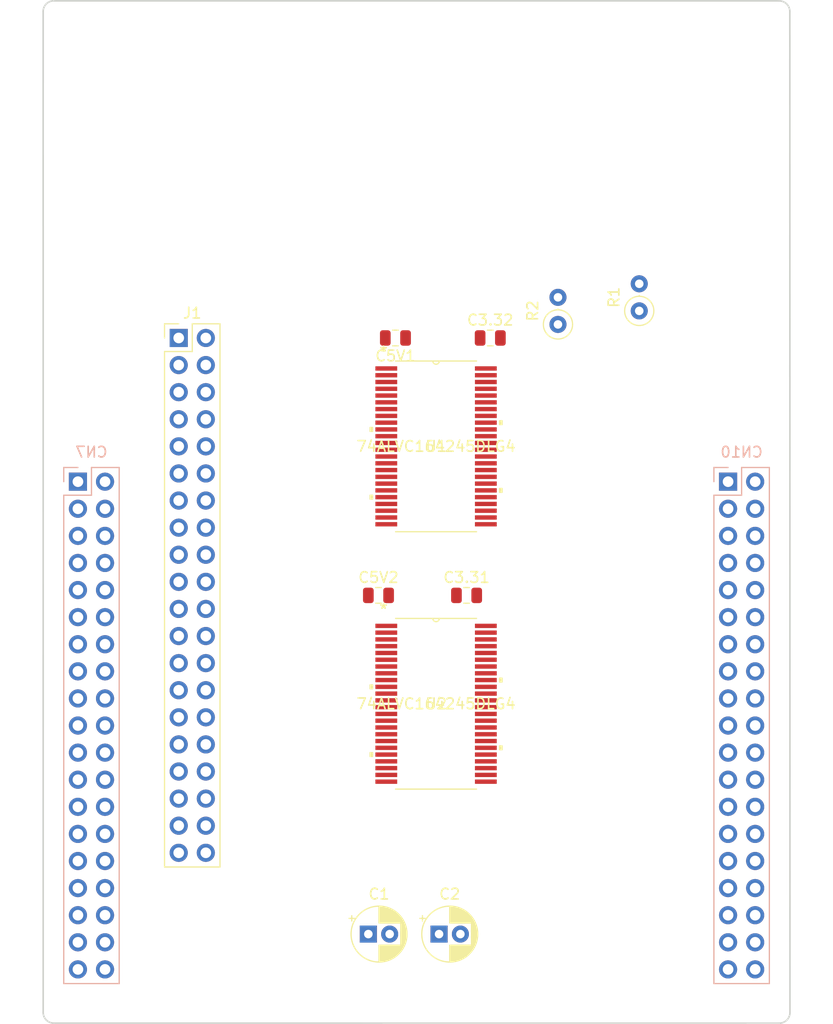
<source format=kicad_pcb>
(kicad_pcb (version 20171130) (host pcbnew 5.99.0+really5.1.10+dfsg1-1)

  (general
    (thickness 1.6)
    (drawings 8)
    (tracks 1)
    (zones 0)
    (modules 13)
    (nets 71)
  )

  (page A4)
  (layers
    (0 F.Cu signal)
    (31 B.Cu signal)
    (32 B.Adhes user)
    (34 B.Paste user)
    (36 B.SilkS user)
    (38 B.Mask user)
    (39 F.Mask user)
    (40 Dwgs.User user)
    (41 Cmts.User user)
    (42 Eco1.User user)
    (43 Eco2.User user)
    (44 Edge.Cuts user)
    (45 Margin user)
    (46 B.CrtYd user)
    (47 F.CrtYd user)
    (48 B.Fab user)
  )

  (setup
    (last_trace_width 0.25)
    (trace_clearance 0.2)
    (zone_clearance 0.508)
    (zone_45_only no)
    (trace_min 0.2)
    (via_size 0.6)
    (via_drill 0.4)
    (via_min_size 0.4)
    (via_min_drill 0.3)
    (uvia_size 0.3)
    (uvia_drill 0.1)
    (uvias_allowed no)
    (uvia_min_size 0.2)
    (uvia_min_drill 0.1)
    (edge_width 0.15)
    (segment_width 0.2)
    (pcb_text_width 0.3)
    (pcb_text_size 1.5 1.5)
    (mod_edge_width 0.15)
    (mod_text_size 1 1)
    (mod_text_width 0.15)
    (pad_size 1.524 1.524)
    (pad_drill 0.762)
    (pad_to_mask_clearance 0.2)
    (aux_axis_origin 130 120)
    (visible_elements FFFFFF7F)
    (pcbplotparams
      (layerselection 0x00030_80000001)
      (usegerberextensions false)
      (usegerberattributes true)
      (usegerberadvancedattributes true)
      (creategerberjobfile true)
      (excludeedgelayer true)
      (linewidth 0.100000)
      (plotframeref false)
      (viasonmask false)
      (mode 1)
      (useauxorigin false)
      (hpglpennumber 1)
      (hpglpenspeed 20)
      (hpglpendiameter 15.000000)
      (psnegative false)
      (psa4output false)
      (plotreference true)
      (plotvalue true)
      (plotinvisibletext false)
      (padsonsilk false)
      (subtractmaskfromsilk false)
      (outputformat 1)
      (mirror false)
      (drillshape 1)
      (scaleselection 1)
      (outputdirectory ""))
  )

  (net 0 "")
  (net 1 /PC0)
  (net 2 /PC3)
  (net 3 /PC1)
  (net 4 /PC2)
  (net 5 /PA4)
  (net 6 /PA1)
  (net 7 /PA0)
  (net 8 /NC)
  (net 9 /PA15)
  (net 10 /PA14)
  (net 11 /PA13)
  (net 12 /PC10)
  (net 13 /PA3)
  (net 14 /PA2)
  (net 15 /PC4)
  (net 16 /PA10)
  (net 17 /PB5)
  (net 18 /PB10)
  (net 19 /PA8)
  (net 20 /PA9)
  (net 21 /PC7)
  (net 22 /PB6)
  (net 23 /PA7)
  (net 24 /PA11)
  (net 25 /PA6)
  (net 26 /PA12)
  (net 27 /PA5)
  (net 28 /PC5)
  (net 29 /PB9)
  (net 30 /PC6)
  (net 31 /PB8)
  (net 32 /PC8)
  (net 33 /PC9)
  (net 34 GND)
  (net 35 +3V3)
  (net 36 /PA7_5V)
  (net 37 /PA6_5V)
  (net 38 /PB9_5V)
  (net 39 /PB8_5V)
  (net 40 /PC7_5V)
  (net 41 /PA0_5V)
  (net 42 /PB5_5V)
  (net 43 /PB10_5V)
  (net 44 /PULLUP)
  (net 45 /PULLDOWN)
  (net 46 /PA8_5V)
  (net 47 /PA5_5V)
  (net 48 /PA4_5V)
  (net 49 /PA3_5V)
  (net 50 /PA2_5V)
  (net 51 /PA1_5V)
  (net 52 /PB6_5V)
  (net 53 /PA10_5V)
  (net 54 +5V)
  (net 55 /PC10_5V)
  (net 56 /PC9_5V)
  (net 57 /PC8_5V)
  (net 58 /PC6_5V)
  (net 59 /PC5_5V)
  (net 60 /PC4_5V)
  (net 61 /PC3_5V)
  (net 62 /PC2_5V)
  (net 63 /PC1_5V)
  (net 64 /PC0_5V)
  (net 65 /PA15_5V)
  (net 66 /PA14_5V)
  (net 67 /PA13_5V)
  (net 68 /PA12_5V)
  (net 69 /PA11_5V)
  (net 70 /PA9_5V)

  (net_class Default "This is the default net class."
    (clearance 0.2)
    (trace_width 0.25)
    (via_dia 0.6)
    (via_drill 0.4)
    (uvia_dia 0.3)
    (uvia_drill 0.1)
    (add_net /AGND)
    (add_net /AVDD)
    (add_net /BOOT0)
    (add_net /E5V)
    (add_net /IOREF)
    (add_net /NC)
    (add_net /PA0)
    (add_net /PA1)
    (add_net /PA10)
    (add_net /PA11)
    (add_net /PA12)
    (add_net /PA13)
    (add_net /PA14)
    (add_net /PA15)
    (add_net /PA2)
    (add_net /PA3)
    (add_net /PA4)
    (add_net /PA5)
    (add_net /PA6)
    (add_net /PA7)
    (add_net /PA8)
    (add_net /PA9)
    (add_net /PB0)
    (add_net /PB1)
    (add_net /PB10)
    (add_net /PB12)
    (add_net /PB13)
    (add_net /PB14)
    (add_net /PB15)
    (add_net /PB2)
    (add_net /PB3)
    (add_net /PB4)
    (add_net /PB5)
    (add_net /PB6)
    (add_net /PB7)
    (add_net /PB8)
    (add_net /PB9)
    (add_net /PC0)
    (add_net /PC1)
    (add_net /PC10)
    (add_net /PC11)
    (add_net /PC12)
    (add_net /PC13)
    (add_net /PC14)
    (add_net /PC15)
    (add_net /PC2)
    (add_net /PC3)
    (add_net /PC4)
    (add_net /PC5)
    (add_net /PC6)
    (add_net /PC7)
    (add_net /PC8)
    (add_net /PC9)
    (add_net /PD2)
    (add_net /PH0)
    (add_net /PH1)
    (add_net /PULLDOWN)
    (add_net /PULLUP)
    (add_net /RESET)
    (add_net /U5V)
    (add_net /VBAT)
    (add_net /VDD)
    (add_net /VIN)
    (add_net GND)
  )

  (net_class HighPower ""
    (clearance 0.2)
    (trace_width 0.5)
    (via_dia 0.6)
    (via_drill 0.4)
    (uvia_dia 0.3)
    (uvia_drill 0.1)
    (add_net +3V3)
    (add_net +5V)
  )

  (net_class Power ""
    (clearance 0.2)
    (trace_width 0.35)
    (via_dia 0.6)
    (via_drill 0.4)
    (uvia_dia 0.3)
    (uvia_drill 0.1)
    (add_net /PA0_5V)
    (add_net /PA10_5V)
    (add_net /PA11_5V)
    (add_net /PA12_5V)
    (add_net /PA13_5V)
    (add_net /PA14_5V)
    (add_net /PA15_5V)
    (add_net /PA1_5V)
    (add_net /PA2_5V)
    (add_net /PA3_5V)
    (add_net /PA4_5V)
    (add_net /PA5_5V)
    (add_net /PA6_5V)
    (add_net /PA7_5V)
    (add_net /PA8_5V)
    (add_net /PA9_5V)
    (add_net /PB10_5V)
    (add_net /PB5_5V)
    (add_net /PB6_5V)
    (add_net /PB8_5V)
    (add_net /PB9_5V)
    (add_net /PC0_5V)
    (add_net /PC10_5V)
    (add_net /PC1_5V)
    (add_net /PC2_5V)
    (add_net /PC3_5V)
    (add_net /PC4_5V)
    (add_net /PC5_5V)
    (add_net /PC6_5V)
    (add_net /PC7_5V)
    (add_net /PC8_5V)
    (add_net /PC9_5V)
  )

  (module Resistor_THT:R_Axial_DIN0207_L6.3mm_D2.5mm_P2.54mm_Vertical (layer F.Cu) (tedit 5AE5139B) (tstamp 61291967)
    (at 185.88 55.23 90)
    (descr "Resistor, Axial_DIN0207 series, Axial, Vertical, pin pitch=2.54mm, 0.25W = 1/4W, length*diameter=6.3*2.5mm^2, http://cdn-reichelt.de/documents/datenblatt/B400/1_4W%23YAG.pdf")
    (tags "Resistor Axial_DIN0207 series Axial Vertical pin pitch 2.54mm 0.25W = 1/4W length 6.3mm diameter 2.5mm")
    (path /612C604E)
    (fp_text reference R1 (at 1.27 -2.37 90) (layer F.SilkS)
      (effects (font (size 1 1) (thickness 0.15)))
    )
    (fp_text value 10K (at 1.27 2.37 90) (layer F.Fab)
      (effects (font (size 1 1) (thickness 0.15)))
    )
    (fp_text user %R (at 1.27 -2.37 90) (layer F.Fab)
      (effects (font (size 1 1) (thickness 0.15)))
    )
    (fp_circle (center 0 0) (end 1.25 0) (layer F.Fab) (width 0.1))
    (fp_circle (center 0 0) (end 1.37 0) (layer F.SilkS) (width 0.12))
    (fp_line (start 0 0) (end 2.54 0) (layer F.Fab) (width 0.1))
    (fp_line (start 1.37 0) (end 1.44 0) (layer F.SilkS) (width 0.12))
    (fp_line (start -1.5 -1.5) (end -1.5 1.5) (layer F.CrtYd) (width 0.05))
    (fp_line (start -1.5 1.5) (end 3.59 1.5) (layer F.CrtYd) (width 0.05))
    (fp_line (start 3.59 1.5) (end 3.59 -1.5) (layer F.CrtYd) (width 0.05))
    (fp_line (start 3.59 -1.5) (end -1.5 -1.5) (layer F.CrtYd) (width 0.05))
    (pad 2 thru_hole oval (at 2.54 0 90) (size 1.6 1.6) (drill 0.8) (layers *.Cu *.Mask)
      (net 44 /PULLUP))
    (pad 1 thru_hole circle (at 0 0 90) (size 1.6 1.6) (drill 0.8) (layers *.Cu *.Mask)
      (net 35 +3V3))
    (model ${KISYS3DMOD}/Resistor_THT.3dshapes/R_Axial_DIN0207_L6.3mm_D2.5mm_P2.54mm_Vertical.wrl
      (at (xyz 0 0 0))
      (scale (xyz 1 1 1))
      (rotate (xyz 0 0 0))
    )
  )

  (module footprints:74ALVC164245DLG4 (layer F.Cu) (tedit 0) (tstamp 61291B92)
    (at 166.83 92.06)
    (path /6130056B)
    (fp_text reference U2 (at 0 0) (layer F.SilkS)
      (effects (font (size 1 1) (thickness 0.15)))
    )
    (fp_text value 74ALVC164245DLG4 (at 0 0) (layer F.SilkS)
      (effects (font (size 1 1) (thickness 0.15)))
    )
    (fp_arc (start 0 -8.001) (end -0.3048 -8.001) (angle -180) (layer F.Fab) (width 0.1))
    (fp_arc (start 0 -8.001) (end -0.3048 -8.001) (angle -180) (layer F.SilkS) (width 0.12))
    (fp_arc (start 0 -8.001) (end -0.632883 -8.001) (angle -180) (layer F.CrtYd) (width 0.05))
    (fp_text user * (at -4.92125 -8.8519) (layer F.SilkS)
      (effects (font (size 1 1) (thickness 0.15)))
    )
    (fp_text user * (at -4.92125 -8.8519) (layer F.Fab)
      (effects (font (size 1 1) (thickness 0.15)))
    )
    (fp_text user * (at -4.92125 -8.8519) (layer F.Fab)
      (effects (font (size 1 1) (thickness 0.15)))
    )
    (fp_text user * (at -4.92125 -8.8519) (layer F.SilkS)
      (effects (font (size 1 1) (thickness 0.15)))
    )
    (fp_text user "Copyright 2021 Accelerated Designs. All rights reserved." (at 0 0) (layer Cmts.User)
      (effects (font (size 0.127 0.127) (thickness 0.002)))
    )
    (fp_line (start -3.7973 -7.1247) (end -3.7973 -7.4803) (layer F.Fab) (width 0.1))
    (fp_line (start -3.7973 -7.4803) (end -5.334 -7.4803) (layer F.Fab) (width 0.1))
    (fp_line (start -5.334 -7.4803) (end -5.334 -7.1247) (layer F.Fab) (width 0.1))
    (fp_line (start -5.334 -7.1247) (end -3.7973 -7.1247) (layer F.Fab) (width 0.1))
    (fp_line (start -3.7973 -6.4897) (end -3.7973 -6.8453) (layer F.Fab) (width 0.1))
    (fp_line (start -3.7973 -6.8453) (end -5.334 -6.8453) (layer F.Fab) (width 0.1))
    (fp_line (start -5.334 -6.8453) (end -5.334 -6.4897) (layer F.Fab) (width 0.1))
    (fp_line (start -5.334 -6.4897) (end -3.7973 -6.4897) (layer F.Fab) (width 0.1))
    (fp_line (start -3.7973 -5.8547) (end -3.7973 -6.2103) (layer F.Fab) (width 0.1))
    (fp_line (start -3.7973 -6.2103) (end -5.334 -6.2103) (layer F.Fab) (width 0.1))
    (fp_line (start -5.334 -6.2103) (end -5.334 -5.8547) (layer F.Fab) (width 0.1))
    (fp_line (start -5.334 -5.8547) (end -3.7973 -5.8547) (layer F.Fab) (width 0.1))
    (fp_line (start -3.7973 -5.2197) (end -3.7973 -5.5753) (layer F.Fab) (width 0.1))
    (fp_line (start -3.7973 -5.5753) (end -5.334 -5.5753) (layer F.Fab) (width 0.1))
    (fp_line (start -5.334 -5.5753) (end -5.334 -5.2197) (layer F.Fab) (width 0.1))
    (fp_line (start -5.334 -5.2197) (end -3.7973 -5.2197) (layer F.Fab) (width 0.1))
    (fp_line (start -3.7973 -4.5847) (end -3.7973 -4.9403) (layer F.Fab) (width 0.1))
    (fp_line (start -3.7973 -4.9403) (end -5.334 -4.9403) (layer F.Fab) (width 0.1))
    (fp_line (start -5.334 -4.9403) (end -5.334 -4.5847) (layer F.Fab) (width 0.1))
    (fp_line (start -5.334 -4.5847) (end -3.7973 -4.5847) (layer F.Fab) (width 0.1))
    (fp_line (start -3.7973 -3.9497) (end -3.7973 -4.3053) (layer F.Fab) (width 0.1))
    (fp_line (start -3.7973 -4.3053) (end -5.334 -4.3053) (layer F.Fab) (width 0.1))
    (fp_line (start -5.334 -4.3053) (end -5.334 -3.9497) (layer F.Fab) (width 0.1))
    (fp_line (start -5.334 -3.9497) (end -3.7973 -3.9497) (layer F.Fab) (width 0.1))
    (fp_line (start -3.7973 -3.3147) (end -3.7973 -3.6703) (layer F.Fab) (width 0.1))
    (fp_line (start -3.7973 -3.6703) (end -5.334 -3.6703) (layer F.Fab) (width 0.1))
    (fp_line (start -5.334 -3.6703) (end -5.334 -3.3147) (layer F.Fab) (width 0.1))
    (fp_line (start -5.334 -3.3147) (end -3.7973 -3.3147) (layer F.Fab) (width 0.1))
    (fp_line (start -3.7973 -2.6797) (end -3.7973 -3.0353) (layer F.Fab) (width 0.1))
    (fp_line (start -3.7973 -3.0353) (end -5.334 -3.0353) (layer F.Fab) (width 0.1))
    (fp_line (start -5.334 -3.0353) (end -5.334 -2.6797) (layer F.Fab) (width 0.1))
    (fp_line (start -5.334 -2.6797) (end -3.7973 -2.6797) (layer F.Fab) (width 0.1))
    (fp_line (start -3.7973 -2.0447) (end -3.7973 -2.4003) (layer F.Fab) (width 0.1))
    (fp_line (start -3.7973 -2.4003) (end -5.334 -2.4003) (layer F.Fab) (width 0.1))
    (fp_line (start -5.334 -2.4003) (end -5.334 -2.0447) (layer F.Fab) (width 0.1))
    (fp_line (start -5.334 -2.0447) (end -3.7973 -2.0447) (layer F.Fab) (width 0.1))
    (fp_line (start -3.7973 -1.4097) (end -3.7973 -1.7653) (layer F.Fab) (width 0.1))
    (fp_line (start -3.7973 -1.7653) (end -5.334 -1.7653) (layer F.Fab) (width 0.1))
    (fp_line (start -5.334 -1.7653) (end -5.334 -1.4097) (layer F.Fab) (width 0.1))
    (fp_line (start -5.334 -1.4097) (end -3.7973 -1.4097) (layer F.Fab) (width 0.1))
    (fp_line (start -3.7973 -0.7747) (end -3.7973 -1.1303) (layer F.Fab) (width 0.1))
    (fp_line (start -3.7973 -1.1303) (end -5.334 -1.1303) (layer F.Fab) (width 0.1))
    (fp_line (start -5.334 -1.1303) (end -5.334 -0.7747) (layer F.Fab) (width 0.1))
    (fp_line (start -5.334 -0.7747) (end -3.7973 -0.7747) (layer F.Fab) (width 0.1))
    (fp_line (start -3.7973 -0.1397) (end -3.7973 -0.4953) (layer F.Fab) (width 0.1))
    (fp_line (start -3.7973 -0.4953) (end -5.334 -0.4953) (layer F.Fab) (width 0.1))
    (fp_line (start -5.334 -0.4953) (end -5.334 -0.1397) (layer F.Fab) (width 0.1))
    (fp_line (start -5.334 -0.1397) (end -3.7973 -0.1397) (layer F.Fab) (width 0.1))
    (fp_line (start -3.7973 0.4953) (end -3.7973 0.1397) (layer F.Fab) (width 0.1))
    (fp_line (start -3.7973 0.1397) (end -5.334 0.1397) (layer F.Fab) (width 0.1))
    (fp_line (start -5.334 0.1397) (end -5.334 0.4953) (layer F.Fab) (width 0.1))
    (fp_line (start -5.334 0.4953) (end -3.7973 0.4953) (layer F.Fab) (width 0.1))
    (fp_line (start -3.7973 1.1303) (end -3.7973 0.7747) (layer F.Fab) (width 0.1))
    (fp_line (start -3.7973 0.7747) (end -5.334 0.7747) (layer F.Fab) (width 0.1))
    (fp_line (start -5.334 0.7747) (end -5.334 1.1303) (layer F.Fab) (width 0.1))
    (fp_line (start -5.334 1.1303) (end -3.7973 1.1303) (layer F.Fab) (width 0.1))
    (fp_line (start -3.7973 1.7653) (end -3.7973 1.4097) (layer F.Fab) (width 0.1))
    (fp_line (start -3.7973 1.4097) (end -5.334 1.4097) (layer F.Fab) (width 0.1))
    (fp_line (start -5.334 1.4097) (end -5.334 1.7653) (layer F.Fab) (width 0.1))
    (fp_line (start -5.334 1.7653) (end -3.7973 1.7653) (layer F.Fab) (width 0.1))
    (fp_line (start -3.7973 2.4003) (end -3.7973 2.0447) (layer F.Fab) (width 0.1))
    (fp_line (start -3.7973 2.0447) (end -5.334 2.0447) (layer F.Fab) (width 0.1))
    (fp_line (start -5.334 2.0447) (end -5.334 2.4003) (layer F.Fab) (width 0.1))
    (fp_line (start -5.334 2.4003) (end -3.7973 2.4003) (layer F.Fab) (width 0.1))
    (fp_line (start -3.7973 3.0353) (end -3.7973 2.6797) (layer F.Fab) (width 0.1))
    (fp_line (start -3.7973 2.6797) (end -5.334 2.6797) (layer F.Fab) (width 0.1))
    (fp_line (start -5.334 2.6797) (end -5.334 3.0353) (layer F.Fab) (width 0.1))
    (fp_line (start -5.334 3.0353) (end -3.7973 3.0353) (layer F.Fab) (width 0.1))
    (fp_line (start -3.7973 3.6703) (end -3.7973 3.3147) (layer F.Fab) (width 0.1))
    (fp_line (start -3.7973 3.3147) (end -5.334 3.3147) (layer F.Fab) (width 0.1))
    (fp_line (start -5.334 3.3147) (end -5.334 3.6703) (layer F.Fab) (width 0.1))
    (fp_line (start -5.334 3.6703) (end -3.7973 3.6703) (layer F.Fab) (width 0.1))
    (fp_line (start -3.7973 4.3053) (end -3.7973 3.9497) (layer F.Fab) (width 0.1))
    (fp_line (start -3.7973 3.9497) (end -5.334 3.9497) (layer F.Fab) (width 0.1))
    (fp_line (start -5.334 3.9497) (end -5.334 4.3053) (layer F.Fab) (width 0.1))
    (fp_line (start -5.334 4.3053) (end -3.7973 4.3053) (layer F.Fab) (width 0.1))
    (fp_line (start -3.7973 4.9403) (end -3.7973 4.5847) (layer F.Fab) (width 0.1))
    (fp_line (start -3.7973 4.5847) (end -5.334 4.5847) (layer F.Fab) (width 0.1))
    (fp_line (start -5.334 4.5847) (end -5.334 4.9403) (layer F.Fab) (width 0.1))
    (fp_line (start -5.334 4.9403) (end -3.7973 4.9403) (layer F.Fab) (width 0.1))
    (fp_line (start -3.7973 5.5753) (end -3.7973 5.2197) (layer F.Fab) (width 0.1))
    (fp_line (start -3.7973 5.2197) (end -5.334 5.2197) (layer F.Fab) (width 0.1))
    (fp_line (start -5.334 5.2197) (end -5.334 5.5753) (layer F.Fab) (width 0.1))
    (fp_line (start -5.334 5.5753) (end -3.7973 5.5753) (layer F.Fab) (width 0.1))
    (fp_line (start -3.7973 6.2103) (end -3.7973 5.8547) (layer F.Fab) (width 0.1))
    (fp_line (start -3.7973 5.8547) (end -5.334 5.8547) (layer F.Fab) (width 0.1))
    (fp_line (start -5.334 5.8547) (end -5.334 6.2103) (layer F.Fab) (width 0.1))
    (fp_line (start -5.334 6.2103) (end -3.7973 6.2103) (layer F.Fab) (width 0.1))
    (fp_line (start -3.7973 6.8453) (end -3.7973 6.4897) (layer F.Fab) (width 0.1))
    (fp_line (start -3.7973 6.4897) (end -5.334 6.4897) (layer F.Fab) (width 0.1))
    (fp_line (start -5.334 6.4897) (end -5.334 6.8453) (layer F.Fab) (width 0.1))
    (fp_line (start -5.334 6.8453) (end -3.7973 6.8453) (layer F.Fab) (width 0.1))
    (fp_line (start -3.7973 7.4803) (end -3.7973 7.1247) (layer F.Fab) (width 0.1))
    (fp_line (start -3.7973 7.1247) (end -5.334 7.1247) (layer F.Fab) (width 0.1))
    (fp_line (start -5.334 7.1247) (end -5.334 7.4803) (layer F.Fab) (width 0.1))
    (fp_line (start -5.334 7.4803) (end -3.7973 7.4803) (layer F.Fab) (width 0.1))
    (fp_line (start 3.7973 7.1247) (end 3.7973 7.4803) (layer F.Fab) (width 0.1))
    (fp_line (start 3.7973 7.4803) (end 5.334 7.4803) (layer F.Fab) (width 0.1))
    (fp_line (start 5.334 7.4803) (end 5.334 7.1247) (layer F.Fab) (width 0.1))
    (fp_line (start 5.334 7.1247) (end 3.7973 7.1247) (layer F.Fab) (width 0.1))
    (fp_line (start 3.7973 6.4897) (end 3.7973 6.8453) (layer F.Fab) (width 0.1))
    (fp_line (start 3.7973 6.8453) (end 5.334 6.8453) (layer F.Fab) (width 0.1))
    (fp_line (start 5.334 6.8453) (end 5.334 6.4897) (layer F.Fab) (width 0.1))
    (fp_line (start 5.334 6.4897) (end 3.7973 6.4897) (layer F.Fab) (width 0.1))
    (fp_line (start 3.7973 5.8547) (end 3.7973 6.2103) (layer F.Fab) (width 0.1))
    (fp_line (start 3.7973 6.2103) (end 5.334 6.2103) (layer F.Fab) (width 0.1))
    (fp_line (start 5.334 6.2103) (end 5.334 5.8547) (layer F.Fab) (width 0.1))
    (fp_line (start 5.334 5.8547) (end 3.7973 5.8547) (layer F.Fab) (width 0.1))
    (fp_line (start 3.7973 5.2197) (end 3.7973 5.5753) (layer F.Fab) (width 0.1))
    (fp_line (start 3.7973 5.5753) (end 5.334 5.5753) (layer F.Fab) (width 0.1))
    (fp_line (start 5.334 5.5753) (end 5.334 5.2197) (layer F.Fab) (width 0.1))
    (fp_line (start 5.334 5.2197) (end 3.7973 5.2197) (layer F.Fab) (width 0.1))
    (fp_line (start 3.7973 4.5847) (end 3.7973 4.9403) (layer F.Fab) (width 0.1))
    (fp_line (start 3.7973 4.9403) (end 5.334 4.9403) (layer F.Fab) (width 0.1))
    (fp_line (start 5.334 4.9403) (end 5.334 4.5847) (layer F.Fab) (width 0.1))
    (fp_line (start 5.334 4.5847) (end 3.7973 4.5847) (layer F.Fab) (width 0.1))
    (fp_line (start 3.7973 3.9497) (end 3.7973 4.3053) (layer F.Fab) (width 0.1))
    (fp_line (start 3.7973 4.3053) (end 5.334 4.3053) (layer F.Fab) (width 0.1))
    (fp_line (start 5.334 4.3053) (end 5.334 3.9497) (layer F.Fab) (width 0.1))
    (fp_line (start 5.334 3.9497) (end 3.7973 3.9497) (layer F.Fab) (width 0.1))
    (fp_line (start 3.7973 3.3147) (end 3.7973 3.6703) (layer F.Fab) (width 0.1))
    (fp_line (start 3.7973 3.6703) (end 5.334 3.6703) (layer F.Fab) (width 0.1))
    (fp_line (start 5.334 3.6703) (end 5.334 3.3147) (layer F.Fab) (width 0.1))
    (fp_line (start 5.334 3.3147) (end 3.7973 3.3147) (layer F.Fab) (width 0.1))
    (fp_line (start 3.7973 2.6797) (end 3.7973 3.0353) (layer F.Fab) (width 0.1))
    (fp_line (start 3.7973 3.0353) (end 5.334 3.0353) (layer F.Fab) (width 0.1))
    (fp_line (start 5.334 3.0353) (end 5.334 2.6797) (layer F.Fab) (width 0.1))
    (fp_line (start 5.334 2.6797) (end 3.7973 2.6797) (layer F.Fab) (width 0.1))
    (fp_line (start 3.7973 2.0447) (end 3.7973 2.4003) (layer F.Fab) (width 0.1))
    (fp_line (start 3.7973 2.4003) (end 5.334 2.4003) (layer F.Fab) (width 0.1))
    (fp_line (start 5.334 2.4003) (end 5.334 2.0447) (layer F.Fab) (width 0.1))
    (fp_line (start 5.334 2.0447) (end 3.7973 2.0447) (layer F.Fab) (width 0.1))
    (fp_line (start 3.7973 1.4097) (end 3.7973 1.7653) (layer F.Fab) (width 0.1))
    (fp_line (start 3.7973 1.7653) (end 5.334 1.7653) (layer F.Fab) (width 0.1))
    (fp_line (start 5.334 1.7653) (end 5.334 1.4097) (layer F.Fab) (width 0.1))
    (fp_line (start 5.334 1.4097) (end 3.7973 1.4097) (layer F.Fab) (width 0.1))
    (fp_line (start 3.7973 0.7747) (end 3.7973 1.1303) (layer F.Fab) (width 0.1))
    (fp_line (start 3.7973 1.1303) (end 5.334 1.1303) (layer F.Fab) (width 0.1))
    (fp_line (start 5.334 1.1303) (end 5.334 0.7747) (layer F.Fab) (width 0.1))
    (fp_line (start 5.334 0.7747) (end 3.7973 0.7747) (layer F.Fab) (width 0.1))
    (fp_line (start 3.7973 0.1397) (end 3.7973 0.4953) (layer F.Fab) (width 0.1))
    (fp_line (start 3.7973 0.4953) (end 5.334 0.4953) (layer F.Fab) (width 0.1))
    (fp_line (start 5.334 0.4953) (end 5.334 0.1397) (layer F.Fab) (width 0.1))
    (fp_line (start 5.334 0.1397) (end 3.7973 0.1397) (layer F.Fab) (width 0.1))
    (fp_line (start 3.7973 -0.4953) (end 3.7973 -0.1397) (layer F.Fab) (width 0.1))
    (fp_line (start 3.7973 -0.1397) (end 5.334 -0.1397) (layer F.Fab) (width 0.1))
    (fp_line (start 5.334 -0.1397) (end 5.334 -0.4953) (layer F.Fab) (width 0.1))
    (fp_line (start 5.334 -0.4953) (end 3.7973 -0.4953) (layer F.Fab) (width 0.1))
    (fp_line (start 3.7973 -1.1303) (end 3.7973 -0.7747) (layer F.Fab) (width 0.1))
    (fp_line (start 3.7973 -0.7747) (end 5.334 -0.7747) (layer F.Fab) (width 0.1))
    (fp_line (start 5.334 -0.7747) (end 5.334 -1.1303) (layer F.Fab) (width 0.1))
    (fp_line (start 5.334 -1.1303) (end 3.7973 -1.1303) (layer F.Fab) (width 0.1))
    (fp_line (start 3.7973 -1.7653) (end 3.7973 -1.4097) (layer F.Fab) (width 0.1))
    (fp_line (start 3.7973 -1.4097) (end 5.334 -1.4097) (layer F.Fab) (width 0.1))
    (fp_line (start 5.334 -1.4097) (end 5.334 -1.7653) (layer F.Fab) (width 0.1))
    (fp_line (start 5.334 -1.7653) (end 3.7973 -1.7653) (layer F.Fab) (width 0.1))
    (fp_line (start 3.7973 -2.4003) (end 3.7973 -2.0447) (layer F.Fab) (width 0.1))
    (fp_line (start 3.7973 -2.0447) (end 5.334 -2.0447) (layer F.Fab) (width 0.1))
    (fp_line (start 5.334 -2.0447) (end 5.334 -2.4003) (layer F.Fab) (width 0.1))
    (fp_line (start 5.334 -2.4003) (end 3.7973 -2.4003) (layer F.Fab) (width 0.1))
    (fp_line (start 3.7973 -3.0353) (end 3.7973 -2.6797) (layer F.Fab) (width 0.1))
    (fp_line (start 3.7973 -2.6797) (end 5.334 -2.6797) (layer F.Fab) (width 0.1))
    (fp_line (start 5.334 -2.6797) (end 5.334 -3.0353) (layer F.Fab) (width 0.1))
    (fp_line (start 5.334 -3.0353) (end 3.7973 -3.0353) (layer F.Fab) (width 0.1))
    (fp_line (start 3.7973 -3.6703) (end 3.7973 -3.3147) (layer F.Fab) (width 0.1))
    (fp_line (start 3.7973 -3.3147) (end 5.334 -3.3147) (layer F.Fab) (width 0.1))
    (fp_line (start 5.334 -3.3147) (end 5.334 -3.6703) (layer F.Fab) (width 0.1))
    (fp_line (start 5.334 -3.6703) (end 3.7973 -3.6703) (layer F.Fab) (width 0.1))
    (fp_line (start 3.7973 -4.3053) (end 3.7973 -3.9497) (layer F.Fab) (width 0.1))
    (fp_line (start 3.7973 -3.9497) (end 5.334 -3.9497) (layer F.Fab) (width 0.1))
    (fp_line (start 5.334 -3.9497) (end 5.334 -4.3053) (layer F.Fab) (width 0.1))
    (fp_line (start 5.334 -4.3053) (end 3.7973 -4.3053) (layer F.Fab) (width 0.1))
    (fp_line (start 3.7973 -4.9403) (end 3.7973 -4.5847) (layer F.Fab) (width 0.1))
    (fp_line (start 3.7973 -4.5847) (end 5.334 -4.5847) (layer F.Fab) (width 0.1))
    (fp_line (start 5.334 -4.5847) (end 5.334 -4.9403) (layer F.Fab) (width 0.1))
    (fp_line (start 5.334 -4.9403) (end 3.7973 -4.9403) (layer F.Fab) (width 0.1))
    (fp_line (start 3.7973 -5.5753) (end 3.7973 -5.2197) (layer F.Fab) (width 0.1))
    (fp_line (start 3.7973 -5.2197) (end 5.334 -5.2197) (layer F.Fab) (width 0.1))
    (fp_line (start 5.334 -5.2197) (end 5.334 -5.5753) (layer F.Fab) (width 0.1))
    (fp_line (start 5.334 -5.5753) (end 3.7973 -5.5753) (layer F.Fab) (width 0.1))
    (fp_line (start 3.7973 -6.2103) (end 3.7973 -5.8547) (layer F.Fab) (width 0.1))
    (fp_line (start 3.7973 -5.8547) (end 5.334 -5.8547) (layer F.Fab) (width 0.1))
    (fp_line (start 5.334 -5.8547) (end 5.334 -6.2103) (layer F.Fab) (width 0.1))
    (fp_line (start 5.334 -6.2103) (end 3.7973 -6.2103) (layer F.Fab) (width 0.1))
    (fp_line (start 3.7973 -6.8453) (end 3.7973 -6.4897) (layer F.Fab) (width 0.1))
    (fp_line (start 3.7973 -6.4897) (end 5.334 -6.4897) (layer F.Fab) (width 0.1))
    (fp_line (start 5.334 -6.4897) (end 5.334 -6.8453) (layer F.Fab) (width 0.1))
    (fp_line (start 5.334 -6.8453) (end 3.7973 -6.8453) (layer F.Fab) (width 0.1))
    (fp_line (start 3.7973 -7.4803) (end 3.7973 -7.1247) (layer F.Fab) (width 0.1))
    (fp_line (start 3.7973 -7.1247) (end 5.334 -7.1247) (layer F.Fab) (width 0.1))
    (fp_line (start 5.334 -7.1247) (end 5.334 -7.4803) (layer F.Fab) (width 0.1))
    (fp_line (start 5.334 -7.4803) (end 3.7973 -7.4803) (layer F.Fab) (width 0.1))
    (fp_line (start -3.7973 8.001) (end 3.7973 8.001) (layer F.SilkS) (width 0.12))
    (fp_line (start 3.7973 -8.001) (end -3.7973 -8.001) (layer F.SilkS) (width 0.12))
    (fp_line (start -3.7973 8.001) (end 3.7973 8.001) (layer F.Fab) (width 0.1))
    (fp_line (start 3.7973 8.001) (end 3.7973 -8.001) (layer F.Fab) (width 0.1))
    (fp_line (start 3.7973 -8.001) (end -3.7973 -8.001) (layer F.Fab) (width 0.1))
    (fp_line (start -3.7973 -8.001) (end -3.7973 8.001) (layer F.Fab) (width 0.1))
    (fp_poly (pts (xy -6.1976 -1.778) (xy -6.1976 -1.397) (xy -5.9436 -1.397) (xy -5.9436 -1.778)) (layer F.SilkS) (width 0.1))
    (fp_poly (pts (xy -6.1976 4.572) (xy -6.1976 4.953) (xy -5.9436 4.953) (xy -5.9436 4.572)) (layer F.SilkS) (width 0.1))
    (fp_poly (pts (xy 6.1976 3.937) (xy 6.1976 4.318) (xy 5.9436 4.318) (xy 5.9436 3.937)) (layer F.SilkS) (width 0.1))
    (fp_poly (pts (xy 6.1976 -2.413) (xy 6.1976 -2.032) (xy 5.9436 -2.032) (xy 5.9436 -2.413)) (layer F.SilkS) (width 0.1))
    (fp_line (start -5.9436 8.255) (end -5.9436 -8.255) (layer F.CrtYd) (width 0.05))
    (fp_line (start -5.9436 -8.255) (end 5.9436 -8.255) (layer F.CrtYd) (width 0.05))
    (fp_line (start 5.9436 -8.255) (end 5.9436 8.255) (layer F.CrtYd) (width 0.05))
    (fp_line (start 5.9436 8.255) (end -5.9436 8.255) (layer F.CrtYd) (width 0.05))
    (pad 48 smd rect (at 4.66725 -7.3025) (size 2.0447 0.4064) (layers F.Cu F.Paste F.Mask)
      (net 45 /PULLDOWN))
    (pad 47 smd rect (at 4.66725 -6.6675) (size 2.0447 0.4064) (layers F.Cu F.Paste F.Mask)
      (net 20 /PA9))
    (pad 46 smd rect (at 4.66725 -6.0325) (size 2.0447 0.4064) (layers F.Cu F.Paste F.Mask)
      (net 24 /PA11))
    (pad 45 smd rect (at 4.66725 -5.3975) (size 2.0447 0.4064) (layers F.Cu F.Paste F.Mask)
      (net 34 GND))
    (pad 44 smd rect (at 4.66725 -4.7625) (size 2.0447 0.4064) (layers F.Cu F.Paste F.Mask)
      (net 26 /PA12))
    (pad 43 smd rect (at 4.66725 -4.1275) (size 2.0447 0.4064) (layers F.Cu F.Paste F.Mask)
      (net 11 /PA13))
    (pad 42 smd rect (at 4.66725 -3.4925) (size 2.0447 0.4064) (layers F.Cu F.Paste F.Mask)
      (net 35 +3V3))
    (pad 41 smd rect (at 4.66725 -2.8575) (size 2.0447 0.4064) (layers F.Cu F.Paste F.Mask)
      (net 10 /PA14))
    (pad 40 smd rect (at 4.66725 -2.2225) (size 2.0447 0.4064) (layers F.Cu F.Paste F.Mask)
      (net 9 /PA15))
    (pad 39 smd rect (at 4.66725 -1.5875) (size 2.0447 0.4064) (layers F.Cu F.Paste F.Mask)
      (net 34 GND))
    (pad 38 smd rect (at 4.66725 -0.9525) (size 2.0447 0.4064) (layers F.Cu F.Paste F.Mask)
      (net 1 /PC0))
    (pad 37 smd rect (at 4.66725 -0.3175) (size 2.0447 0.4064) (layers F.Cu F.Paste F.Mask)
      (net 3 /PC1))
    (pad 36 smd rect (at 4.66725 0.3175) (size 2.0447 0.4064) (layers F.Cu F.Paste F.Mask)
      (net 4 /PC2))
    (pad 35 smd rect (at 4.66725 0.9525) (size 2.0447 0.4064) (layers F.Cu F.Paste F.Mask)
      (net 2 /PC3))
    (pad 34 smd rect (at 4.66725 1.5875) (size 2.0447 0.4064) (layers F.Cu F.Paste F.Mask)
      (net 34 GND))
    (pad 33 smd rect (at 4.66725 2.2225) (size 2.0447 0.4064) (layers F.Cu F.Paste F.Mask)
      (net 15 /PC4))
    (pad 32 smd rect (at 4.66725 2.8575) (size 2.0447 0.4064) (layers F.Cu F.Paste F.Mask)
      (net 28 /PC5))
    (pad 31 smd rect (at 4.66725 3.4925) (size 2.0447 0.4064) (layers F.Cu F.Paste F.Mask)
      (net 35 +3V3))
    (pad 30 smd rect (at 4.66725 4.1275) (size 2.0447 0.4064) (layers F.Cu F.Paste F.Mask)
      (net 30 /PC6))
    (pad 29 smd rect (at 4.66725 4.7625) (size 2.0447 0.4064) (layers F.Cu F.Paste F.Mask)
      (net 32 /PC8))
    (pad 28 smd rect (at 4.66725 5.3975) (size 2.0447 0.4064) (layers F.Cu F.Paste F.Mask)
      (net 34 GND))
    (pad 27 smd rect (at 4.66725 6.0325) (size 2.0447 0.4064) (layers F.Cu F.Paste F.Mask)
      (net 33 /PC9))
    (pad 26 smd rect (at 4.66725 6.6675) (size 2.0447 0.4064) (layers F.Cu F.Paste F.Mask)
      (net 12 /PC10))
    (pad 25 smd rect (at 4.66725 7.3025) (size 2.0447 0.4064) (layers F.Cu F.Paste F.Mask)
      (net 45 /PULLDOWN))
    (pad 24 smd rect (at -4.66725 7.3025) (size 2.0447 0.4064) (layers F.Cu F.Paste F.Mask)
      (net 44 /PULLUP))
    (pad 23 smd rect (at -4.66725 6.6675) (size 2.0447 0.4064) (layers F.Cu F.Paste F.Mask)
      (net 55 /PC10_5V))
    (pad 22 smd rect (at -4.66725 6.0325) (size 2.0447 0.4064) (layers F.Cu F.Paste F.Mask)
      (net 56 /PC9_5V))
    (pad 21 smd rect (at -4.66725 5.3975) (size 2.0447 0.4064) (layers F.Cu F.Paste F.Mask)
      (net 34 GND))
    (pad 20 smd rect (at -4.66725 4.7625) (size 2.0447 0.4064) (layers F.Cu F.Paste F.Mask)
      (net 57 /PC8_5V))
    (pad 19 smd rect (at -4.66725 4.1275) (size 2.0447 0.4064) (layers F.Cu F.Paste F.Mask)
      (net 58 /PC6_5V))
    (pad 18 smd rect (at -4.66725 3.4925) (size 2.0447 0.4064) (layers F.Cu F.Paste F.Mask)
      (net 54 +5V))
    (pad 17 smd rect (at -4.66725 2.8575) (size 2.0447 0.4064) (layers F.Cu F.Paste F.Mask)
      (net 59 /PC5_5V))
    (pad 16 smd rect (at -4.66725 2.2225) (size 2.0447 0.4064) (layers F.Cu F.Paste F.Mask)
      (net 60 /PC4_5V))
    (pad 15 smd rect (at -4.66725 1.5875) (size 2.0447 0.4064) (layers F.Cu F.Paste F.Mask)
      (net 34 GND))
    (pad 14 smd rect (at -4.66725 0.9525) (size 2.0447 0.4064) (layers F.Cu F.Paste F.Mask)
      (net 61 /PC3_5V))
    (pad 13 smd rect (at -4.66725 0.3175) (size 2.0447 0.4064) (layers F.Cu F.Paste F.Mask)
      (net 62 /PC2_5V))
    (pad 12 smd rect (at -4.66725 -0.3175) (size 2.0447 0.4064) (layers F.Cu F.Paste F.Mask)
      (net 63 /PC1_5V))
    (pad 11 smd rect (at -4.66725 -0.9525) (size 2.0447 0.4064) (layers F.Cu F.Paste F.Mask)
      (net 64 /PC0_5V))
    (pad 10 smd rect (at -4.66725 -1.5875) (size 2.0447 0.4064) (layers F.Cu F.Paste F.Mask)
      (net 34 GND))
    (pad 9 smd rect (at -4.66725 -2.2225) (size 2.0447 0.4064) (layers F.Cu F.Paste F.Mask)
      (net 65 /PA15_5V))
    (pad 8 smd rect (at -4.66725 -2.8575) (size 2.0447 0.4064) (layers F.Cu F.Paste F.Mask)
      (net 66 /PA14_5V))
    (pad 7 smd rect (at -4.66725 -3.4925) (size 2.0447 0.4064) (layers F.Cu F.Paste F.Mask)
      (net 54 +5V))
    (pad 6 smd rect (at -4.66725 -4.1275) (size 2.0447 0.4064) (layers F.Cu F.Paste F.Mask)
      (net 67 /PA13_5V))
    (pad 5 smd rect (at -4.66725 -4.7625) (size 2.0447 0.4064) (layers F.Cu F.Paste F.Mask)
      (net 68 /PA12_5V))
    (pad 4 smd rect (at -4.66725 -5.3975) (size 2.0447 0.4064) (layers F.Cu F.Paste F.Mask)
      (net 34 GND))
    (pad 3 smd rect (at -4.66725 -6.0325) (size 2.0447 0.4064) (layers F.Cu F.Paste F.Mask)
      (net 69 /PA11_5V))
    (pad 2 smd rect (at -4.66725 -6.6675) (size 2.0447 0.4064) (layers F.Cu F.Paste F.Mask)
      (net 70 /PA9_5V))
    (pad 1 smd rect (at -4.66725 -7.3025) (size 2.0447 0.4064) (layers F.Cu F.Paste F.Mask)
      (net 44 /PULLUP))
  )

  (module footprints:74ALVC164245DLG4 (layer F.Cu) (tedit 0) (tstamp 61291A84)
    (at 166.83 67.93)
    (path /6128B1C2)
    (fp_text reference U1 (at 0 0) (layer F.SilkS)
      (effects (font (size 1 1) (thickness 0.15)))
    )
    (fp_text value 74ALVC164245DLG4 (at 0 0) (layer F.SilkS)
      (effects (font (size 1 1) (thickness 0.15)))
    )
    (fp_arc (start 0 -8.001) (end -0.3048 -8.001) (angle -180) (layer F.Fab) (width 0.1))
    (fp_arc (start 0 -8.001) (end -0.3048 -8.001) (angle -180) (layer F.SilkS) (width 0.12))
    (fp_arc (start 0 -8.001) (end -0.632883 -8.001) (angle -180) (layer F.CrtYd) (width 0.05))
    (fp_text user * (at -4.92125 -8.8519) (layer F.SilkS)
      (effects (font (size 1 1) (thickness 0.15)))
    )
    (fp_text user * (at -4.92125 -8.8519) (layer F.Fab)
      (effects (font (size 1 1) (thickness 0.15)))
    )
    (fp_text user * (at -4.92125 -8.8519) (layer F.Fab)
      (effects (font (size 1 1) (thickness 0.15)))
    )
    (fp_text user * (at -4.92125 -8.8519) (layer F.SilkS)
      (effects (font (size 1 1) (thickness 0.15)))
    )
    (fp_text user "Copyright 2021 Accelerated Designs. All rights reserved." (at 0 0) (layer Cmts.User)
      (effects (font (size 0.127 0.127) (thickness 0.002)))
    )
    (fp_line (start -3.7973 -7.1247) (end -3.7973 -7.4803) (layer F.Fab) (width 0.1))
    (fp_line (start -3.7973 -7.4803) (end -5.334 -7.4803) (layer F.Fab) (width 0.1))
    (fp_line (start -5.334 -7.4803) (end -5.334 -7.1247) (layer F.Fab) (width 0.1))
    (fp_line (start -5.334 -7.1247) (end -3.7973 -7.1247) (layer F.Fab) (width 0.1))
    (fp_line (start -3.7973 -6.4897) (end -3.7973 -6.8453) (layer F.Fab) (width 0.1))
    (fp_line (start -3.7973 -6.8453) (end -5.334 -6.8453) (layer F.Fab) (width 0.1))
    (fp_line (start -5.334 -6.8453) (end -5.334 -6.4897) (layer F.Fab) (width 0.1))
    (fp_line (start -5.334 -6.4897) (end -3.7973 -6.4897) (layer F.Fab) (width 0.1))
    (fp_line (start -3.7973 -5.8547) (end -3.7973 -6.2103) (layer F.Fab) (width 0.1))
    (fp_line (start -3.7973 -6.2103) (end -5.334 -6.2103) (layer F.Fab) (width 0.1))
    (fp_line (start -5.334 -6.2103) (end -5.334 -5.8547) (layer F.Fab) (width 0.1))
    (fp_line (start -5.334 -5.8547) (end -3.7973 -5.8547) (layer F.Fab) (width 0.1))
    (fp_line (start -3.7973 -5.2197) (end -3.7973 -5.5753) (layer F.Fab) (width 0.1))
    (fp_line (start -3.7973 -5.5753) (end -5.334 -5.5753) (layer F.Fab) (width 0.1))
    (fp_line (start -5.334 -5.5753) (end -5.334 -5.2197) (layer F.Fab) (width 0.1))
    (fp_line (start -5.334 -5.2197) (end -3.7973 -5.2197) (layer F.Fab) (width 0.1))
    (fp_line (start -3.7973 -4.5847) (end -3.7973 -4.9403) (layer F.Fab) (width 0.1))
    (fp_line (start -3.7973 -4.9403) (end -5.334 -4.9403) (layer F.Fab) (width 0.1))
    (fp_line (start -5.334 -4.9403) (end -5.334 -4.5847) (layer F.Fab) (width 0.1))
    (fp_line (start -5.334 -4.5847) (end -3.7973 -4.5847) (layer F.Fab) (width 0.1))
    (fp_line (start -3.7973 -3.9497) (end -3.7973 -4.3053) (layer F.Fab) (width 0.1))
    (fp_line (start -3.7973 -4.3053) (end -5.334 -4.3053) (layer F.Fab) (width 0.1))
    (fp_line (start -5.334 -4.3053) (end -5.334 -3.9497) (layer F.Fab) (width 0.1))
    (fp_line (start -5.334 -3.9497) (end -3.7973 -3.9497) (layer F.Fab) (width 0.1))
    (fp_line (start -3.7973 -3.3147) (end -3.7973 -3.6703) (layer F.Fab) (width 0.1))
    (fp_line (start -3.7973 -3.6703) (end -5.334 -3.6703) (layer F.Fab) (width 0.1))
    (fp_line (start -5.334 -3.6703) (end -5.334 -3.3147) (layer F.Fab) (width 0.1))
    (fp_line (start -5.334 -3.3147) (end -3.7973 -3.3147) (layer F.Fab) (width 0.1))
    (fp_line (start -3.7973 -2.6797) (end -3.7973 -3.0353) (layer F.Fab) (width 0.1))
    (fp_line (start -3.7973 -3.0353) (end -5.334 -3.0353) (layer F.Fab) (width 0.1))
    (fp_line (start -5.334 -3.0353) (end -5.334 -2.6797) (layer F.Fab) (width 0.1))
    (fp_line (start -5.334 -2.6797) (end -3.7973 -2.6797) (layer F.Fab) (width 0.1))
    (fp_line (start -3.7973 -2.0447) (end -3.7973 -2.4003) (layer F.Fab) (width 0.1))
    (fp_line (start -3.7973 -2.4003) (end -5.334 -2.4003) (layer F.Fab) (width 0.1))
    (fp_line (start -5.334 -2.4003) (end -5.334 -2.0447) (layer F.Fab) (width 0.1))
    (fp_line (start -5.334 -2.0447) (end -3.7973 -2.0447) (layer F.Fab) (width 0.1))
    (fp_line (start -3.7973 -1.4097) (end -3.7973 -1.7653) (layer F.Fab) (width 0.1))
    (fp_line (start -3.7973 -1.7653) (end -5.334 -1.7653) (layer F.Fab) (width 0.1))
    (fp_line (start -5.334 -1.7653) (end -5.334 -1.4097) (layer F.Fab) (width 0.1))
    (fp_line (start -5.334 -1.4097) (end -3.7973 -1.4097) (layer F.Fab) (width 0.1))
    (fp_line (start -3.7973 -0.7747) (end -3.7973 -1.1303) (layer F.Fab) (width 0.1))
    (fp_line (start -3.7973 -1.1303) (end -5.334 -1.1303) (layer F.Fab) (width 0.1))
    (fp_line (start -5.334 -1.1303) (end -5.334 -0.7747) (layer F.Fab) (width 0.1))
    (fp_line (start -5.334 -0.7747) (end -3.7973 -0.7747) (layer F.Fab) (width 0.1))
    (fp_line (start -3.7973 -0.1397) (end -3.7973 -0.4953) (layer F.Fab) (width 0.1))
    (fp_line (start -3.7973 -0.4953) (end -5.334 -0.4953) (layer F.Fab) (width 0.1))
    (fp_line (start -5.334 -0.4953) (end -5.334 -0.1397) (layer F.Fab) (width 0.1))
    (fp_line (start -5.334 -0.1397) (end -3.7973 -0.1397) (layer F.Fab) (width 0.1))
    (fp_line (start -3.7973 0.4953) (end -3.7973 0.1397) (layer F.Fab) (width 0.1))
    (fp_line (start -3.7973 0.1397) (end -5.334 0.1397) (layer F.Fab) (width 0.1))
    (fp_line (start -5.334 0.1397) (end -5.334 0.4953) (layer F.Fab) (width 0.1))
    (fp_line (start -5.334 0.4953) (end -3.7973 0.4953) (layer F.Fab) (width 0.1))
    (fp_line (start -3.7973 1.1303) (end -3.7973 0.7747) (layer F.Fab) (width 0.1))
    (fp_line (start -3.7973 0.7747) (end -5.334 0.7747) (layer F.Fab) (width 0.1))
    (fp_line (start -5.334 0.7747) (end -5.334 1.1303) (layer F.Fab) (width 0.1))
    (fp_line (start -5.334 1.1303) (end -3.7973 1.1303) (layer F.Fab) (width 0.1))
    (fp_line (start -3.7973 1.7653) (end -3.7973 1.4097) (layer F.Fab) (width 0.1))
    (fp_line (start -3.7973 1.4097) (end -5.334 1.4097) (layer F.Fab) (width 0.1))
    (fp_line (start -5.334 1.4097) (end -5.334 1.7653) (layer F.Fab) (width 0.1))
    (fp_line (start -5.334 1.7653) (end -3.7973 1.7653) (layer F.Fab) (width 0.1))
    (fp_line (start -3.7973 2.4003) (end -3.7973 2.0447) (layer F.Fab) (width 0.1))
    (fp_line (start -3.7973 2.0447) (end -5.334 2.0447) (layer F.Fab) (width 0.1))
    (fp_line (start -5.334 2.0447) (end -5.334 2.4003) (layer F.Fab) (width 0.1))
    (fp_line (start -5.334 2.4003) (end -3.7973 2.4003) (layer F.Fab) (width 0.1))
    (fp_line (start -3.7973 3.0353) (end -3.7973 2.6797) (layer F.Fab) (width 0.1))
    (fp_line (start -3.7973 2.6797) (end -5.334 2.6797) (layer F.Fab) (width 0.1))
    (fp_line (start -5.334 2.6797) (end -5.334 3.0353) (layer F.Fab) (width 0.1))
    (fp_line (start -5.334 3.0353) (end -3.7973 3.0353) (layer F.Fab) (width 0.1))
    (fp_line (start -3.7973 3.6703) (end -3.7973 3.3147) (layer F.Fab) (width 0.1))
    (fp_line (start -3.7973 3.3147) (end -5.334 3.3147) (layer F.Fab) (width 0.1))
    (fp_line (start -5.334 3.3147) (end -5.334 3.6703) (layer F.Fab) (width 0.1))
    (fp_line (start -5.334 3.6703) (end -3.7973 3.6703) (layer F.Fab) (width 0.1))
    (fp_line (start -3.7973 4.3053) (end -3.7973 3.9497) (layer F.Fab) (width 0.1))
    (fp_line (start -3.7973 3.9497) (end -5.334 3.9497) (layer F.Fab) (width 0.1))
    (fp_line (start -5.334 3.9497) (end -5.334 4.3053) (layer F.Fab) (width 0.1))
    (fp_line (start -5.334 4.3053) (end -3.7973 4.3053) (layer F.Fab) (width 0.1))
    (fp_line (start -3.7973 4.9403) (end -3.7973 4.5847) (layer F.Fab) (width 0.1))
    (fp_line (start -3.7973 4.5847) (end -5.334 4.5847) (layer F.Fab) (width 0.1))
    (fp_line (start -5.334 4.5847) (end -5.334 4.9403) (layer F.Fab) (width 0.1))
    (fp_line (start -5.334 4.9403) (end -3.7973 4.9403) (layer F.Fab) (width 0.1))
    (fp_line (start -3.7973 5.5753) (end -3.7973 5.2197) (layer F.Fab) (width 0.1))
    (fp_line (start -3.7973 5.2197) (end -5.334 5.2197) (layer F.Fab) (width 0.1))
    (fp_line (start -5.334 5.2197) (end -5.334 5.5753) (layer F.Fab) (width 0.1))
    (fp_line (start -5.334 5.5753) (end -3.7973 5.5753) (layer F.Fab) (width 0.1))
    (fp_line (start -3.7973 6.2103) (end -3.7973 5.8547) (layer F.Fab) (width 0.1))
    (fp_line (start -3.7973 5.8547) (end -5.334 5.8547) (layer F.Fab) (width 0.1))
    (fp_line (start -5.334 5.8547) (end -5.334 6.2103) (layer F.Fab) (width 0.1))
    (fp_line (start -5.334 6.2103) (end -3.7973 6.2103) (layer F.Fab) (width 0.1))
    (fp_line (start -3.7973 6.8453) (end -3.7973 6.4897) (layer F.Fab) (width 0.1))
    (fp_line (start -3.7973 6.4897) (end -5.334 6.4897) (layer F.Fab) (width 0.1))
    (fp_line (start -5.334 6.4897) (end -5.334 6.8453) (layer F.Fab) (width 0.1))
    (fp_line (start -5.334 6.8453) (end -3.7973 6.8453) (layer F.Fab) (width 0.1))
    (fp_line (start -3.7973 7.4803) (end -3.7973 7.1247) (layer F.Fab) (width 0.1))
    (fp_line (start -3.7973 7.1247) (end -5.334 7.1247) (layer F.Fab) (width 0.1))
    (fp_line (start -5.334 7.1247) (end -5.334 7.4803) (layer F.Fab) (width 0.1))
    (fp_line (start -5.334 7.4803) (end -3.7973 7.4803) (layer F.Fab) (width 0.1))
    (fp_line (start 3.7973 7.1247) (end 3.7973 7.4803) (layer F.Fab) (width 0.1))
    (fp_line (start 3.7973 7.4803) (end 5.334 7.4803) (layer F.Fab) (width 0.1))
    (fp_line (start 5.334 7.4803) (end 5.334 7.1247) (layer F.Fab) (width 0.1))
    (fp_line (start 5.334 7.1247) (end 3.7973 7.1247) (layer F.Fab) (width 0.1))
    (fp_line (start 3.7973 6.4897) (end 3.7973 6.8453) (layer F.Fab) (width 0.1))
    (fp_line (start 3.7973 6.8453) (end 5.334 6.8453) (layer F.Fab) (width 0.1))
    (fp_line (start 5.334 6.8453) (end 5.334 6.4897) (layer F.Fab) (width 0.1))
    (fp_line (start 5.334 6.4897) (end 3.7973 6.4897) (layer F.Fab) (width 0.1))
    (fp_line (start 3.7973 5.8547) (end 3.7973 6.2103) (layer F.Fab) (width 0.1))
    (fp_line (start 3.7973 6.2103) (end 5.334 6.2103) (layer F.Fab) (width 0.1))
    (fp_line (start 5.334 6.2103) (end 5.334 5.8547) (layer F.Fab) (width 0.1))
    (fp_line (start 5.334 5.8547) (end 3.7973 5.8547) (layer F.Fab) (width 0.1))
    (fp_line (start 3.7973 5.2197) (end 3.7973 5.5753) (layer F.Fab) (width 0.1))
    (fp_line (start 3.7973 5.5753) (end 5.334 5.5753) (layer F.Fab) (width 0.1))
    (fp_line (start 5.334 5.5753) (end 5.334 5.2197) (layer F.Fab) (width 0.1))
    (fp_line (start 5.334 5.2197) (end 3.7973 5.2197) (layer F.Fab) (width 0.1))
    (fp_line (start 3.7973 4.5847) (end 3.7973 4.9403) (layer F.Fab) (width 0.1))
    (fp_line (start 3.7973 4.9403) (end 5.334 4.9403) (layer F.Fab) (width 0.1))
    (fp_line (start 5.334 4.9403) (end 5.334 4.5847) (layer F.Fab) (width 0.1))
    (fp_line (start 5.334 4.5847) (end 3.7973 4.5847) (layer F.Fab) (width 0.1))
    (fp_line (start 3.7973 3.9497) (end 3.7973 4.3053) (layer F.Fab) (width 0.1))
    (fp_line (start 3.7973 4.3053) (end 5.334 4.3053) (layer F.Fab) (width 0.1))
    (fp_line (start 5.334 4.3053) (end 5.334 3.9497) (layer F.Fab) (width 0.1))
    (fp_line (start 5.334 3.9497) (end 3.7973 3.9497) (layer F.Fab) (width 0.1))
    (fp_line (start 3.7973 3.3147) (end 3.7973 3.6703) (layer F.Fab) (width 0.1))
    (fp_line (start 3.7973 3.6703) (end 5.334 3.6703) (layer F.Fab) (width 0.1))
    (fp_line (start 5.334 3.6703) (end 5.334 3.3147) (layer F.Fab) (width 0.1))
    (fp_line (start 5.334 3.3147) (end 3.7973 3.3147) (layer F.Fab) (width 0.1))
    (fp_line (start 3.7973 2.6797) (end 3.7973 3.0353) (layer F.Fab) (width 0.1))
    (fp_line (start 3.7973 3.0353) (end 5.334 3.0353) (layer F.Fab) (width 0.1))
    (fp_line (start 5.334 3.0353) (end 5.334 2.6797) (layer F.Fab) (width 0.1))
    (fp_line (start 5.334 2.6797) (end 3.7973 2.6797) (layer F.Fab) (width 0.1))
    (fp_line (start 3.7973 2.0447) (end 3.7973 2.4003) (layer F.Fab) (width 0.1))
    (fp_line (start 3.7973 2.4003) (end 5.334 2.4003) (layer F.Fab) (width 0.1))
    (fp_line (start 5.334 2.4003) (end 5.334 2.0447) (layer F.Fab) (width 0.1))
    (fp_line (start 5.334 2.0447) (end 3.7973 2.0447) (layer F.Fab) (width 0.1))
    (fp_line (start 3.7973 1.4097) (end 3.7973 1.7653) (layer F.Fab) (width 0.1))
    (fp_line (start 3.7973 1.7653) (end 5.334 1.7653) (layer F.Fab) (width 0.1))
    (fp_line (start 5.334 1.7653) (end 5.334 1.4097) (layer F.Fab) (width 0.1))
    (fp_line (start 5.334 1.4097) (end 3.7973 1.4097) (layer F.Fab) (width 0.1))
    (fp_line (start 3.7973 0.7747) (end 3.7973 1.1303) (layer F.Fab) (width 0.1))
    (fp_line (start 3.7973 1.1303) (end 5.334 1.1303) (layer F.Fab) (width 0.1))
    (fp_line (start 5.334 1.1303) (end 5.334 0.7747) (layer F.Fab) (width 0.1))
    (fp_line (start 5.334 0.7747) (end 3.7973 0.7747) (layer F.Fab) (width 0.1))
    (fp_line (start 3.7973 0.1397) (end 3.7973 0.4953) (layer F.Fab) (width 0.1))
    (fp_line (start 3.7973 0.4953) (end 5.334 0.4953) (layer F.Fab) (width 0.1))
    (fp_line (start 5.334 0.4953) (end 5.334 0.1397) (layer F.Fab) (width 0.1))
    (fp_line (start 5.334 0.1397) (end 3.7973 0.1397) (layer F.Fab) (width 0.1))
    (fp_line (start 3.7973 -0.4953) (end 3.7973 -0.1397) (layer F.Fab) (width 0.1))
    (fp_line (start 3.7973 -0.1397) (end 5.334 -0.1397) (layer F.Fab) (width 0.1))
    (fp_line (start 5.334 -0.1397) (end 5.334 -0.4953) (layer F.Fab) (width 0.1))
    (fp_line (start 5.334 -0.4953) (end 3.7973 -0.4953) (layer F.Fab) (width 0.1))
    (fp_line (start 3.7973 -1.1303) (end 3.7973 -0.7747) (layer F.Fab) (width 0.1))
    (fp_line (start 3.7973 -0.7747) (end 5.334 -0.7747) (layer F.Fab) (width 0.1))
    (fp_line (start 5.334 -0.7747) (end 5.334 -1.1303) (layer F.Fab) (width 0.1))
    (fp_line (start 5.334 -1.1303) (end 3.7973 -1.1303) (layer F.Fab) (width 0.1))
    (fp_line (start 3.7973 -1.7653) (end 3.7973 -1.4097) (layer F.Fab) (width 0.1))
    (fp_line (start 3.7973 -1.4097) (end 5.334 -1.4097) (layer F.Fab) (width 0.1))
    (fp_line (start 5.334 -1.4097) (end 5.334 -1.7653) (layer F.Fab) (width 0.1))
    (fp_line (start 5.334 -1.7653) (end 3.7973 -1.7653) (layer F.Fab) (width 0.1))
    (fp_line (start 3.7973 -2.4003) (end 3.7973 -2.0447) (layer F.Fab) (width 0.1))
    (fp_line (start 3.7973 -2.0447) (end 5.334 -2.0447) (layer F.Fab) (width 0.1))
    (fp_line (start 5.334 -2.0447) (end 5.334 -2.4003) (layer F.Fab) (width 0.1))
    (fp_line (start 5.334 -2.4003) (end 3.7973 -2.4003) (layer F.Fab) (width 0.1))
    (fp_line (start 3.7973 -3.0353) (end 3.7973 -2.6797) (layer F.Fab) (width 0.1))
    (fp_line (start 3.7973 -2.6797) (end 5.334 -2.6797) (layer F.Fab) (width 0.1))
    (fp_line (start 5.334 -2.6797) (end 5.334 -3.0353) (layer F.Fab) (width 0.1))
    (fp_line (start 5.334 -3.0353) (end 3.7973 -3.0353) (layer F.Fab) (width 0.1))
    (fp_line (start 3.7973 -3.6703) (end 3.7973 -3.3147) (layer F.Fab) (width 0.1))
    (fp_line (start 3.7973 -3.3147) (end 5.334 -3.3147) (layer F.Fab) (width 0.1))
    (fp_line (start 5.334 -3.3147) (end 5.334 -3.6703) (layer F.Fab) (width 0.1))
    (fp_line (start 5.334 -3.6703) (end 3.7973 -3.6703) (layer F.Fab) (width 0.1))
    (fp_line (start 3.7973 -4.3053) (end 3.7973 -3.9497) (layer F.Fab) (width 0.1))
    (fp_line (start 3.7973 -3.9497) (end 5.334 -3.9497) (layer F.Fab) (width 0.1))
    (fp_line (start 5.334 -3.9497) (end 5.334 -4.3053) (layer F.Fab) (width 0.1))
    (fp_line (start 5.334 -4.3053) (end 3.7973 -4.3053) (layer F.Fab) (width 0.1))
    (fp_line (start 3.7973 -4.9403) (end 3.7973 -4.5847) (layer F.Fab) (width 0.1))
    (fp_line (start 3.7973 -4.5847) (end 5.334 -4.5847) (layer F.Fab) (width 0.1))
    (fp_line (start 5.334 -4.5847) (end 5.334 -4.9403) (layer F.Fab) (width 0.1))
    (fp_line (start 5.334 -4.9403) (end 3.7973 -4.9403) (layer F.Fab) (width 0.1))
    (fp_line (start 3.7973 -5.5753) (end 3.7973 -5.2197) (layer F.Fab) (width 0.1))
    (fp_line (start 3.7973 -5.2197) (end 5.334 -5.2197) (layer F.Fab) (width 0.1))
    (fp_line (start 5.334 -5.2197) (end 5.334 -5.5753) (layer F.Fab) (width 0.1))
    (fp_line (start 5.334 -5.5753) (end 3.7973 -5.5753) (layer F.Fab) (width 0.1))
    (fp_line (start 3.7973 -6.2103) (end 3.7973 -5.8547) (layer F.Fab) (width 0.1))
    (fp_line (start 3.7973 -5.8547) (end 5.334 -5.8547) (layer F.Fab) (width 0.1))
    (fp_line (start 5.334 -5.8547) (end 5.334 -6.2103) (layer F.Fab) (width 0.1))
    (fp_line (start 5.334 -6.2103) (end 3.7973 -6.2103) (layer F.Fab) (width 0.1))
    (fp_line (start 3.7973 -6.8453) (end 3.7973 -6.4897) (layer F.Fab) (width 0.1))
    (fp_line (start 3.7973 -6.4897) (end 5.334 -6.4897) (layer F.Fab) (width 0.1))
    (fp_line (start 5.334 -6.4897) (end 5.334 -6.8453) (layer F.Fab) (width 0.1))
    (fp_line (start 5.334 -6.8453) (end 3.7973 -6.8453) (layer F.Fab) (width 0.1))
    (fp_line (start 3.7973 -7.4803) (end 3.7973 -7.1247) (layer F.Fab) (width 0.1))
    (fp_line (start 3.7973 -7.1247) (end 5.334 -7.1247) (layer F.Fab) (width 0.1))
    (fp_line (start 5.334 -7.1247) (end 5.334 -7.4803) (layer F.Fab) (width 0.1))
    (fp_line (start 5.334 -7.4803) (end 3.7973 -7.4803) (layer F.Fab) (width 0.1))
    (fp_line (start -3.7973 8.001) (end 3.7973 8.001) (layer F.SilkS) (width 0.12))
    (fp_line (start 3.7973 -8.001) (end -3.7973 -8.001) (layer F.SilkS) (width 0.12))
    (fp_line (start -3.7973 8.001) (end 3.7973 8.001) (layer F.Fab) (width 0.1))
    (fp_line (start 3.7973 8.001) (end 3.7973 -8.001) (layer F.Fab) (width 0.1))
    (fp_line (start 3.7973 -8.001) (end -3.7973 -8.001) (layer F.Fab) (width 0.1))
    (fp_line (start -3.7973 -8.001) (end -3.7973 8.001) (layer F.Fab) (width 0.1))
    (fp_poly (pts (xy -6.1976 -1.778) (xy -6.1976 -1.397) (xy -5.9436 -1.397) (xy -5.9436 -1.778)) (layer F.SilkS) (width 0.1))
    (fp_poly (pts (xy -6.1976 4.572) (xy -6.1976 4.953) (xy -5.9436 4.953) (xy -5.9436 4.572)) (layer F.SilkS) (width 0.1))
    (fp_poly (pts (xy 6.1976 3.937) (xy 6.1976 4.318) (xy 5.9436 4.318) (xy 5.9436 3.937)) (layer F.SilkS) (width 0.1))
    (fp_poly (pts (xy 6.1976 -2.413) (xy 6.1976 -2.032) (xy 5.9436 -2.032) (xy 5.9436 -2.413)) (layer F.SilkS) (width 0.1))
    (fp_line (start -5.9436 8.255) (end -5.9436 -8.255) (layer F.CrtYd) (width 0.05))
    (fp_line (start -5.9436 -8.255) (end 5.9436 -8.255) (layer F.CrtYd) (width 0.05))
    (fp_line (start 5.9436 -8.255) (end 5.9436 8.255) (layer F.CrtYd) (width 0.05))
    (fp_line (start 5.9436 8.255) (end -5.9436 8.255) (layer F.CrtYd) (width 0.05))
    (pad 48 smd rect (at 4.66725 -7.3025) (size 2.0447 0.4064) (layers F.Cu F.Paste F.Mask)
      (net 45 /PULLDOWN))
    (pad 47 smd rect (at 4.66725 -6.6675) (size 2.0447 0.4064) (layers F.Cu F.Paste F.Mask)
      (net 16 /PA10))
    (pad 46 smd rect (at 4.66725 -6.0325) (size 2.0447 0.4064) (layers F.Cu F.Paste F.Mask)
      (net 18 /PB10))
    (pad 45 smd rect (at 4.66725 -5.3975) (size 2.0447 0.4064) (layers F.Cu F.Paste F.Mask)
      (net 34 GND))
    (pad 44 smd rect (at 4.66725 -4.7625) (size 2.0447 0.4064) (layers F.Cu F.Paste F.Mask)
      (net 17 /PB5))
    (pad 43 smd rect (at 4.66725 -4.1275) (size 2.0447 0.4064) (layers F.Cu F.Paste F.Mask)
      (net 22 /PB6))
    (pad 42 smd rect (at 4.66725 -3.4925) (size 2.0447 0.4064) (layers F.Cu F.Paste F.Mask)
      (net 35 +3V3))
    (pad 41 smd rect (at 4.66725 -2.8575) (size 2.0447 0.4064) (layers F.Cu F.Paste F.Mask)
      (net 7 /PA0))
    (pad 40 smd rect (at 4.66725 -2.2225) (size 2.0447 0.4064) (layers F.Cu F.Paste F.Mask)
      (net 21 /PC7))
    (pad 39 smd rect (at 4.66725 -1.5875) (size 2.0447 0.4064) (layers F.Cu F.Paste F.Mask)
      (net 34 GND))
    (pad 38 smd rect (at 4.66725 -0.9525) (size 2.0447 0.4064) (layers F.Cu F.Paste F.Mask)
      (net 31 /PB8))
    (pad 37 smd rect (at 4.66725 -0.3175) (size 2.0447 0.4064) (layers F.Cu F.Paste F.Mask)
      (net 29 /PB9))
    (pad 36 smd rect (at 4.66725 0.3175) (size 2.0447 0.4064) (layers F.Cu F.Paste F.Mask)
      (net 25 /PA6))
    (pad 35 smd rect (at 4.66725 0.9525) (size 2.0447 0.4064) (layers F.Cu F.Paste F.Mask)
      (net 23 /PA7))
    (pad 34 smd rect (at 4.66725 1.5875) (size 2.0447 0.4064) (layers F.Cu F.Paste F.Mask)
      (net 34 GND))
    (pad 33 smd rect (at 4.66725 2.2225) (size 2.0447 0.4064) (layers F.Cu F.Paste F.Mask)
      (net 6 /PA1))
    (pad 32 smd rect (at 4.66725 2.8575) (size 2.0447 0.4064) (layers F.Cu F.Paste F.Mask)
      (net 14 /PA2))
    (pad 31 smd rect (at 4.66725 3.4925) (size 2.0447 0.4064) (layers F.Cu F.Paste F.Mask)
      (net 35 +3V3))
    (pad 30 smd rect (at 4.66725 4.1275) (size 2.0447 0.4064) (layers F.Cu F.Paste F.Mask)
      (net 13 /PA3))
    (pad 29 smd rect (at 4.66725 4.7625) (size 2.0447 0.4064) (layers F.Cu F.Paste F.Mask)
      (net 5 /PA4))
    (pad 28 smd rect (at 4.66725 5.3975) (size 2.0447 0.4064) (layers F.Cu F.Paste F.Mask)
      (net 34 GND))
    (pad 27 smd rect (at 4.66725 6.0325) (size 2.0447 0.4064) (layers F.Cu F.Paste F.Mask)
      (net 27 /PA5))
    (pad 26 smd rect (at 4.66725 6.6675) (size 2.0447 0.4064) (layers F.Cu F.Paste F.Mask)
      (net 19 /PA8))
    (pad 25 smd rect (at 4.66725 7.3025) (size 2.0447 0.4064) (layers F.Cu F.Paste F.Mask)
      (net 45 /PULLDOWN))
    (pad 24 smd rect (at -4.66725 7.3025) (size 2.0447 0.4064) (layers F.Cu F.Paste F.Mask)
      (net 44 /PULLUP))
    (pad 23 smd rect (at -4.66725 6.6675) (size 2.0447 0.4064) (layers F.Cu F.Paste F.Mask)
      (net 46 /PA8_5V))
    (pad 22 smd rect (at -4.66725 6.0325) (size 2.0447 0.4064) (layers F.Cu F.Paste F.Mask)
      (net 47 /PA5_5V))
    (pad 21 smd rect (at -4.66725 5.3975) (size 2.0447 0.4064) (layers F.Cu F.Paste F.Mask)
      (net 34 GND))
    (pad 20 smd rect (at -4.66725 4.7625) (size 2.0447 0.4064) (layers F.Cu F.Paste F.Mask)
      (net 48 /PA4_5V))
    (pad 19 smd rect (at -4.66725 4.1275) (size 2.0447 0.4064) (layers F.Cu F.Paste F.Mask)
      (net 49 /PA3_5V))
    (pad 18 smd rect (at -4.66725 3.4925) (size 2.0447 0.4064) (layers F.Cu F.Paste F.Mask)
      (net 54 +5V))
    (pad 17 smd rect (at -4.66725 2.8575) (size 2.0447 0.4064) (layers F.Cu F.Paste F.Mask)
      (net 50 /PA2_5V))
    (pad 16 smd rect (at -4.66725 2.2225) (size 2.0447 0.4064) (layers F.Cu F.Paste F.Mask)
      (net 51 /PA1_5V))
    (pad 15 smd rect (at -4.66725 1.5875) (size 2.0447 0.4064) (layers F.Cu F.Paste F.Mask)
      (net 34 GND))
    (pad 14 smd rect (at -4.66725 0.9525) (size 2.0447 0.4064) (layers F.Cu F.Paste F.Mask)
      (net 36 /PA7_5V))
    (pad 13 smd rect (at -4.66725 0.3175) (size 2.0447 0.4064) (layers F.Cu F.Paste F.Mask)
      (net 37 /PA6_5V))
    (pad 12 smd rect (at -4.66725 -0.3175) (size 2.0447 0.4064) (layers F.Cu F.Paste F.Mask)
      (net 38 /PB9_5V))
    (pad 11 smd rect (at -4.66725 -0.9525) (size 2.0447 0.4064) (layers F.Cu F.Paste F.Mask)
      (net 39 /PB8_5V))
    (pad 10 smd rect (at -4.66725 -1.5875) (size 2.0447 0.4064) (layers F.Cu F.Paste F.Mask)
      (net 34 GND))
    (pad 9 smd rect (at -4.66725 -2.2225) (size 2.0447 0.4064) (layers F.Cu F.Paste F.Mask)
      (net 40 /PC7_5V))
    (pad 8 smd rect (at -4.66725 -2.8575) (size 2.0447 0.4064) (layers F.Cu F.Paste F.Mask)
      (net 41 /PA0_5V))
    (pad 7 smd rect (at -4.66725 -3.4925) (size 2.0447 0.4064) (layers F.Cu F.Paste F.Mask)
      (net 54 +5V))
    (pad 6 smd rect (at -4.66725 -4.1275) (size 2.0447 0.4064) (layers F.Cu F.Paste F.Mask)
      (net 52 /PB6_5V))
    (pad 5 smd rect (at -4.66725 -4.7625) (size 2.0447 0.4064) (layers F.Cu F.Paste F.Mask)
      (net 42 /PB5_5V))
    (pad 4 smd rect (at -4.66725 -5.3975) (size 2.0447 0.4064) (layers F.Cu F.Paste F.Mask)
      (net 34 GND))
    (pad 3 smd rect (at -4.66725 -6.0325) (size 2.0447 0.4064) (layers F.Cu F.Paste F.Mask)
      (net 43 /PB10_5V))
    (pad 2 smd rect (at -4.66725 -6.6675) (size 2.0447 0.4064) (layers F.Cu F.Paste F.Mask)
      (net 53 /PA10_5V))
    (pad 1 smd rect (at -4.66725 -7.3025) (size 2.0447 0.4064) (layers F.Cu F.Paste F.Mask)
      (net 44 /PULLUP))
  )

  (module Resistor_THT:R_Axial_DIN0207_L6.3mm_D2.5mm_P2.54mm_Vertical (layer F.Cu) (tedit 5AE5139B) (tstamp 61291976)
    (at 178.26 56.5 90)
    (descr "Resistor, Axial_DIN0207 series, Axial, Vertical, pin pitch=2.54mm, 0.25W = 1/4W, length*diameter=6.3*2.5mm^2, http://cdn-reichelt.de/documents/datenblatt/B400/1_4W%23YAG.pdf")
    (tags "Resistor Axial_DIN0207 series Axial Vertical pin pitch 2.54mm 0.25W = 1/4W length 6.3mm diameter 2.5mm")
    (path /612CD3A1)
    (fp_text reference R2 (at 1.27 -2.37 90) (layer F.SilkS)
      (effects (font (size 1 1) (thickness 0.15)))
    )
    (fp_text value 10K (at 1.27 2.37 90) (layer F.Fab)
      (effects (font (size 1 1) (thickness 0.15)))
    )
    (fp_text user %R (at 1.27 -2.37 90) (layer F.Fab)
      (effects (font (size 1 1) (thickness 0.15)))
    )
    (fp_circle (center 0 0) (end 1.25 0) (layer F.Fab) (width 0.1))
    (fp_circle (center 0 0) (end 1.37 0) (layer F.SilkS) (width 0.12))
    (fp_line (start 0 0) (end 2.54 0) (layer F.Fab) (width 0.1))
    (fp_line (start 1.37 0) (end 1.44 0) (layer F.SilkS) (width 0.12))
    (fp_line (start -1.5 -1.5) (end -1.5 1.5) (layer F.CrtYd) (width 0.05))
    (fp_line (start -1.5 1.5) (end 3.59 1.5) (layer F.CrtYd) (width 0.05))
    (fp_line (start 3.59 1.5) (end 3.59 -1.5) (layer F.CrtYd) (width 0.05))
    (fp_line (start 3.59 -1.5) (end -1.5 -1.5) (layer F.CrtYd) (width 0.05))
    (pad 2 thru_hole oval (at 2.54 0 90) (size 1.6 1.6) (drill 0.8) (layers *.Cu *.Mask)
      (net 34 GND))
    (pad 1 thru_hole circle (at 0 0 90) (size 1.6 1.6) (drill 0.8) (layers *.Cu *.Mask)
      (net 45 /PULLDOWN))
    (model ${KISYS3DMOD}/Resistor_THT.3dshapes/R_Axial_DIN0207_L6.3mm_D2.5mm_P2.54mm_Vertical.wrl
      (at (xyz 0 0 0))
      (scale (xyz 1 1 1))
      (rotate (xyz 0 0 0))
    )
  )

  (module Connector_PinHeader_2.54mm:PinHeader_2x20_P2.54mm_Vertical (layer F.Cu) (tedit 59FED5CC) (tstamp 61291958)
    (at 142.7 57.77)
    (descr "Through hole straight pin header, 2x20, 2.54mm pitch, double rows")
    (tags "Through hole pin header THT 2x20 2.54mm double row")
    (path /612BBAFC)
    (fp_text reference J1 (at 1.27 -2.33) (layer F.SilkS)
      (effects (font (size 1 1) (thickness 0.15)))
    )
    (fp_text value Conn_02x20_Odd_Even (at 1.27 50.59) (layer F.Fab)
      (effects (font (size 1 1) (thickness 0.15)))
    )
    (fp_text user %R (at 1.27 24.13 90) (layer F.Fab)
      (effects (font (size 1 1) (thickness 0.15)))
    )
    (fp_line (start 0 -1.27) (end 3.81 -1.27) (layer F.Fab) (width 0.1))
    (fp_line (start 3.81 -1.27) (end 3.81 49.53) (layer F.Fab) (width 0.1))
    (fp_line (start 3.81 49.53) (end -1.27 49.53) (layer F.Fab) (width 0.1))
    (fp_line (start -1.27 49.53) (end -1.27 0) (layer F.Fab) (width 0.1))
    (fp_line (start -1.27 0) (end 0 -1.27) (layer F.Fab) (width 0.1))
    (fp_line (start -1.33 49.59) (end 3.87 49.59) (layer F.SilkS) (width 0.12))
    (fp_line (start -1.33 1.27) (end -1.33 49.59) (layer F.SilkS) (width 0.12))
    (fp_line (start 3.87 -1.33) (end 3.87 49.59) (layer F.SilkS) (width 0.12))
    (fp_line (start -1.33 1.27) (end 1.27 1.27) (layer F.SilkS) (width 0.12))
    (fp_line (start 1.27 1.27) (end 1.27 -1.33) (layer F.SilkS) (width 0.12))
    (fp_line (start 1.27 -1.33) (end 3.87 -1.33) (layer F.SilkS) (width 0.12))
    (fp_line (start -1.33 0) (end -1.33 -1.33) (layer F.SilkS) (width 0.12))
    (fp_line (start -1.33 -1.33) (end 0 -1.33) (layer F.SilkS) (width 0.12))
    (fp_line (start -1.8 -1.8) (end -1.8 50.05) (layer F.CrtYd) (width 0.05))
    (fp_line (start -1.8 50.05) (end 4.35 50.05) (layer F.CrtYd) (width 0.05))
    (fp_line (start 4.35 50.05) (end 4.35 -1.8) (layer F.CrtYd) (width 0.05))
    (fp_line (start 4.35 -1.8) (end -1.8 -1.8) (layer F.CrtYd) (width 0.05))
    (pad 40 thru_hole oval (at 2.54 48.26) (size 1.7 1.7) (drill 1) (layers *.Cu *.Mask)
      (net 34 GND))
    (pad 39 thru_hole oval (at 0 48.26) (size 1.7 1.7) (drill 1) (layers *.Cu *.Mask)
      (net 34 GND))
    (pad 38 thru_hole oval (at 2.54 45.72) (size 1.7 1.7) (drill 1) (layers *.Cu *.Mask)
      (net 55 /PC10_5V))
    (pad 37 thru_hole oval (at 0 45.72) (size 1.7 1.7) (drill 1) (layers *.Cu *.Mask)
      (net 56 /PC9_5V))
    (pad 36 thru_hole oval (at 2.54 43.18) (size 1.7 1.7) (drill 1) (layers *.Cu *.Mask)
      (net 57 /PC8_5V))
    (pad 35 thru_hole oval (at 0 43.18) (size 1.7 1.7) (drill 1) (layers *.Cu *.Mask)
      (net 58 /PC6_5V))
    (pad 34 thru_hole oval (at 2.54 40.64) (size 1.7 1.7) (drill 1) (layers *.Cu *.Mask)
      (net 59 /PC5_5V))
    (pad 33 thru_hole oval (at 0 40.64) (size 1.7 1.7) (drill 1) (layers *.Cu *.Mask)
      (net 60 /PC4_5V))
    (pad 32 thru_hole oval (at 2.54 38.1) (size 1.7 1.7) (drill 1) (layers *.Cu *.Mask)
      (net 61 /PC3_5V))
    (pad 31 thru_hole oval (at 0 38.1) (size 1.7 1.7) (drill 1) (layers *.Cu *.Mask)
      (net 62 /PC2_5V))
    (pad 30 thru_hole oval (at 2.54 35.56) (size 1.7 1.7) (drill 1) (layers *.Cu *.Mask)
      (net 63 /PC1_5V))
    (pad 29 thru_hole oval (at 0 35.56) (size 1.7 1.7) (drill 1) (layers *.Cu *.Mask)
      (net 64 /PC0_5V))
    (pad 28 thru_hole oval (at 2.54 33.02) (size 1.7 1.7) (drill 1) (layers *.Cu *.Mask)
      (net 65 /PA15_5V))
    (pad 27 thru_hole oval (at 0 33.02) (size 1.7 1.7) (drill 1) (layers *.Cu *.Mask)
      (net 66 /PA14_5V))
    (pad 26 thru_hole oval (at 2.54 30.48) (size 1.7 1.7) (drill 1) (layers *.Cu *.Mask)
      (net 67 /PA13_5V))
    (pad 25 thru_hole oval (at 0 30.48) (size 1.7 1.7) (drill 1) (layers *.Cu *.Mask)
      (net 68 /PA12_5V))
    (pad 24 thru_hole oval (at 2.54 27.94) (size 1.7 1.7) (drill 1) (layers *.Cu *.Mask)
      (net 69 /PA11_5V))
    (pad 23 thru_hole oval (at 0 27.94) (size 1.7 1.7) (drill 1) (layers *.Cu *.Mask)
      (net 70 /PA9_5V))
    (pad 22 thru_hole oval (at 2.54 25.4) (size 1.7 1.7) (drill 1) (layers *.Cu *.Mask)
      (net 34 GND))
    (pad 21 thru_hole oval (at 0 25.4) (size 1.7 1.7) (drill 1) (layers *.Cu *.Mask)
      (net 34 GND))
    (pad 20 thru_hole oval (at 2.54 22.86) (size 1.7 1.7) (drill 1) (layers *.Cu *.Mask)
      (net 8 /NC))
    (pad 19 thru_hole oval (at 0 22.86) (size 1.7 1.7) (drill 1) (layers *.Cu *.Mask)
      (net 8 /NC))
    (pad 18 thru_hole oval (at 2.54 20.32) (size 1.7 1.7) (drill 1) (layers *.Cu *.Mask)
      (net 46 /PA8_5V))
    (pad 17 thru_hole oval (at 0 20.32) (size 1.7 1.7) (drill 1) (layers *.Cu *.Mask)
      (net 47 /PA5_5V))
    (pad 16 thru_hole oval (at 2.54 17.78) (size 1.7 1.7) (drill 1) (layers *.Cu *.Mask)
      (net 48 /PA4_5V))
    (pad 15 thru_hole oval (at 0 17.78) (size 1.7 1.7) (drill 1) (layers *.Cu *.Mask)
      (net 49 /PA3_5V))
    (pad 14 thru_hole oval (at 2.54 15.24) (size 1.7 1.7) (drill 1) (layers *.Cu *.Mask)
      (net 50 /PA2_5V))
    (pad 13 thru_hole oval (at 0 15.24) (size 1.7 1.7) (drill 1) (layers *.Cu *.Mask)
      (net 51 /PA1_5V))
    (pad 12 thru_hole oval (at 2.54 12.7) (size 1.7 1.7) (drill 1) (layers *.Cu *.Mask)
      (net 36 /PA7_5V))
    (pad 11 thru_hole oval (at 0 12.7) (size 1.7 1.7) (drill 1) (layers *.Cu *.Mask)
      (net 37 /PA6_5V))
    (pad 10 thru_hole oval (at 2.54 10.16) (size 1.7 1.7) (drill 1) (layers *.Cu *.Mask)
      (net 38 /PB9_5V))
    (pad 9 thru_hole oval (at 0 10.16) (size 1.7 1.7) (drill 1) (layers *.Cu *.Mask)
      (net 39 /PB8_5V))
    (pad 8 thru_hole oval (at 2.54 7.62) (size 1.7 1.7) (drill 1) (layers *.Cu *.Mask)
      (net 40 /PC7_5V))
    (pad 7 thru_hole oval (at 0 7.62) (size 1.7 1.7) (drill 1) (layers *.Cu *.Mask)
      (net 41 /PA0_5V))
    (pad 6 thru_hole oval (at 2.54 5.08) (size 1.7 1.7) (drill 1) (layers *.Cu *.Mask)
      (net 52 /PB6_5V))
    (pad 5 thru_hole oval (at 0 5.08) (size 1.7 1.7) (drill 1) (layers *.Cu *.Mask)
      (net 42 /PB5_5V))
    (pad 4 thru_hole oval (at 2.54 2.54) (size 1.7 1.7) (drill 1) (layers *.Cu *.Mask)
      (net 43 /PB10_5V))
    (pad 3 thru_hole oval (at 0 2.54) (size 1.7 1.7) (drill 1) (layers *.Cu *.Mask)
      (net 53 /PA10_5V))
    (pad 2 thru_hole oval (at 2.54 0) (size 1.7 1.7) (drill 1) (layers *.Cu *.Mask)
      (net 35 +3V3))
    (pad 1 thru_hole rect (at 0 0) (size 1.7 1.7) (drill 1) (layers *.Cu *.Mask)
      (net 54 +5V))
    (model ${KISYS3DMOD}/Connector_PinHeader_2.54mm.3dshapes/PinHeader_2x20_P2.54mm_Vertical.wrl
      (at (xyz 0 0 0))
      (scale (xyz 1 1 1))
      (rotate (xyz 0 0 0))
    )
  )

  (module Capacitor_SMD:C_0805_2012Metric (layer F.Cu) (tedit 5F68FEEE) (tstamp 6129182E)
    (at 161.43 81.9)
    (descr "Capacitor SMD 0805 (2012 Metric), square (rectangular) end terminal, IPC_7351 nominal, (Body size source: IPC-SM-782 page 76, https://www.pcb-3d.com/wordpress/wp-content/uploads/ipc-sm-782a_amendment_1_and_2.pdf, https://docs.google.com/spreadsheets/d/1BsfQQcO9C6DZCsRaXUlFlo91Tg2WpOkGARC1WS5S8t0/edit?usp=sharing), generated with kicad-footprint-generator")
    (tags capacitor)
    (path /6139FAA6)
    (attr smd)
    (fp_text reference C5V2 (at 0 -1.68) (layer F.SilkS)
      (effects (font (size 1 1) (thickness 0.15)))
    )
    (fp_text value C (at 0 1.68) (layer F.Fab)
      (effects (font (size 1 1) (thickness 0.15)))
    )
    (fp_text user %R (at 0 0) (layer F.Fab)
      (effects (font (size 0.5 0.5) (thickness 0.08)))
    )
    (fp_line (start -1 0.625) (end -1 -0.625) (layer F.Fab) (width 0.1))
    (fp_line (start -1 -0.625) (end 1 -0.625) (layer F.Fab) (width 0.1))
    (fp_line (start 1 -0.625) (end 1 0.625) (layer F.Fab) (width 0.1))
    (fp_line (start 1 0.625) (end -1 0.625) (layer F.Fab) (width 0.1))
    (fp_line (start -0.261252 -0.735) (end 0.261252 -0.735) (layer F.SilkS) (width 0.12))
    (fp_line (start -0.261252 0.735) (end 0.261252 0.735) (layer F.SilkS) (width 0.12))
    (fp_line (start -1.7 0.98) (end -1.7 -0.98) (layer F.CrtYd) (width 0.05))
    (fp_line (start -1.7 -0.98) (end 1.7 -0.98) (layer F.CrtYd) (width 0.05))
    (fp_line (start 1.7 -0.98) (end 1.7 0.98) (layer F.CrtYd) (width 0.05))
    (fp_line (start 1.7 0.98) (end -1.7 0.98) (layer F.CrtYd) (width 0.05))
    (pad 2 smd roundrect (at 0.95 0) (size 1 1.45) (layers F.Cu F.Paste F.Mask) (roundrect_rratio 0.25)
      (net 34 GND))
    (pad 1 smd roundrect (at -0.95 0) (size 1 1.45) (layers F.Cu F.Paste F.Mask) (roundrect_rratio 0.25)
      (net 54 +5V))
    (model ${KISYS3DMOD}/Capacitor_SMD.3dshapes/C_0805_2012Metric.wrl
      (at (xyz 0 0 0))
      (scale (xyz 1 1 1))
      (rotate (xyz 0 0 0))
    )
  )

  (module Capacitor_SMD:C_0805_2012Metric (layer F.Cu) (tedit 5F68FEEE) (tstamp 6129181D)
    (at 163.02 57.77 180)
    (descr "Capacitor SMD 0805 (2012 Metric), square (rectangular) end terminal, IPC_7351 nominal, (Body size source: IPC-SM-782 page 76, https://www.pcb-3d.com/wordpress/wp-content/uploads/ipc-sm-782a_amendment_1_and_2.pdf, https://docs.google.com/spreadsheets/d/1BsfQQcO9C6DZCsRaXUlFlo91Tg2WpOkGARC1WS5S8t0/edit?usp=sharing), generated with kicad-footprint-generator")
    (tags capacitor)
    (path /6139F3F8)
    (attr smd)
    (fp_text reference C5V1 (at 0 -1.68) (layer F.SilkS)
      (effects (font (size 1 1) (thickness 0.15)))
    )
    (fp_text value C (at 0 1.68) (layer F.Fab)
      (effects (font (size 1 1) (thickness 0.15)))
    )
    (fp_text user %R (at 0 0) (layer F.Fab)
      (effects (font (size 0.5 0.5) (thickness 0.08)))
    )
    (fp_line (start -1 0.625) (end -1 -0.625) (layer F.Fab) (width 0.1))
    (fp_line (start -1 -0.625) (end 1 -0.625) (layer F.Fab) (width 0.1))
    (fp_line (start 1 -0.625) (end 1 0.625) (layer F.Fab) (width 0.1))
    (fp_line (start 1 0.625) (end -1 0.625) (layer F.Fab) (width 0.1))
    (fp_line (start -0.261252 -0.735) (end 0.261252 -0.735) (layer F.SilkS) (width 0.12))
    (fp_line (start -0.261252 0.735) (end 0.261252 0.735) (layer F.SilkS) (width 0.12))
    (fp_line (start -1.7 0.98) (end -1.7 -0.98) (layer F.CrtYd) (width 0.05))
    (fp_line (start -1.7 -0.98) (end 1.7 -0.98) (layer F.CrtYd) (width 0.05))
    (fp_line (start 1.7 -0.98) (end 1.7 0.98) (layer F.CrtYd) (width 0.05))
    (fp_line (start 1.7 0.98) (end -1.7 0.98) (layer F.CrtYd) (width 0.05))
    (pad 2 smd roundrect (at 0.95 0 180) (size 1 1.45) (layers F.Cu F.Paste F.Mask) (roundrect_rratio 0.25)
      (net 34 GND))
    (pad 1 smd roundrect (at -0.95 0 180) (size 1 1.45) (layers F.Cu F.Paste F.Mask) (roundrect_rratio 0.25)
      (net 54 +5V))
    (model ${KISYS3DMOD}/Capacitor_SMD.3dshapes/C_0805_2012Metric.wrl
      (at (xyz 0 0 0))
      (scale (xyz 1 1 1))
      (rotate (xyz 0 0 0))
    )
  )

  (module Capacitor_SMD:C_0805_2012Metric (layer F.Cu) (tedit 5F68FEEE) (tstamp 6129180C)
    (at 171.91 57.77)
    (descr "Capacitor SMD 0805 (2012 Metric), square (rectangular) end terminal, IPC_7351 nominal, (Body size source: IPC-SM-782 page 76, https://www.pcb-3d.com/wordpress/wp-content/uploads/ipc-sm-782a_amendment_1_and_2.pdf, https://docs.google.com/spreadsheets/d/1BsfQQcO9C6DZCsRaXUlFlo91Tg2WpOkGARC1WS5S8t0/edit?usp=sharing), generated with kicad-footprint-generator")
    (tags capacitor)
    (path /613A062B)
    (attr smd)
    (fp_text reference C3.32 (at 0 -1.68) (layer F.SilkS)
      (effects (font (size 1 1) (thickness 0.15)))
    )
    (fp_text value C (at 0 1.68) (layer F.Fab)
      (effects (font (size 1 1) (thickness 0.15)))
    )
    (fp_text user %R (at 0 0) (layer F.Fab)
      (effects (font (size 0.5 0.5) (thickness 0.08)))
    )
    (fp_line (start -1 0.625) (end -1 -0.625) (layer F.Fab) (width 0.1))
    (fp_line (start -1 -0.625) (end 1 -0.625) (layer F.Fab) (width 0.1))
    (fp_line (start 1 -0.625) (end 1 0.625) (layer F.Fab) (width 0.1))
    (fp_line (start 1 0.625) (end -1 0.625) (layer F.Fab) (width 0.1))
    (fp_line (start -0.261252 -0.735) (end 0.261252 -0.735) (layer F.SilkS) (width 0.12))
    (fp_line (start -0.261252 0.735) (end 0.261252 0.735) (layer F.SilkS) (width 0.12))
    (fp_line (start -1.7 0.98) (end -1.7 -0.98) (layer F.CrtYd) (width 0.05))
    (fp_line (start -1.7 -0.98) (end 1.7 -0.98) (layer F.CrtYd) (width 0.05))
    (fp_line (start 1.7 -0.98) (end 1.7 0.98) (layer F.CrtYd) (width 0.05))
    (fp_line (start 1.7 0.98) (end -1.7 0.98) (layer F.CrtYd) (width 0.05))
    (pad 2 smd roundrect (at 0.95 0) (size 1 1.45) (layers F.Cu F.Paste F.Mask) (roundrect_rratio 0.25)
      (net 34 GND))
    (pad 1 smd roundrect (at -0.95 0) (size 1 1.45) (layers F.Cu F.Paste F.Mask) (roundrect_rratio 0.25)
      (net 35 +3V3))
    (model ${KISYS3DMOD}/Capacitor_SMD.3dshapes/C_0805_2012Metric.wrl
      (at (xyz 0 0 0))
      (scale (xyz 1 1 1))
      (rotate (xyz 0 0 0))
    )
  )

  (module Capacitor_SMD:C_0805_2012Metric (layer F.Cu) (tedit 5F68FEEE) (tstamp 612917FB)
    (at 169.69 81.9)
    (descr "Capacitor SMD 0805 (2012 Metric), square (rectangular) end terminal, IPC_7351 nominal, (Body size source: IPC-SM-782 page 76, https://www.pcb-3d.com/wordpress/wp-content/uploads/ipc-sm-782a_amendment_1_and_2.pdf, https://docs.google.com/spreadsheets/d/1BsfQQcO9C6DZCsRaXUlFlo91Tg2WpOkGARC1WS5S8t0/edit?usp=sharing), generated with kicad-footprint-generator")
    (tags capacitor)
    (path /61399E79)
    (attr smd)
    (fp_text reference C3.31 (at 0 -1.68) (layer F.SilkS)
      (effects (font (size 1 1) (thickness 0.15)))
    )
    (fp_text value C (at 0 1.68) (layer F.Fab)
      (effects (font (size 1 1) (thickness 0.15)))
    )
    (fp_text user %R (at 0 0) (layer F.Fab)
      (effects (font (size 0.5 0.5) (thickness 0.08)))
    )
    (fp_line (start -1 0.625) (end -1 -0.625) (layer F.Fab) (width 0.1))
    (fp_line (start -1 -0.625) (end 1 -0.625) (layer F.Fab) (width 0.1))
    (fp_line (start 1 -0.625) (end 1 0.625) (layer F.Fab) (width 0.1))
    (fp_line (start 1 0.625) (end -1 0.625) (layer F.Fab) (width 0.1))
    (fp_line (start -0.261252 -0.735) (end 0.261252 -0.735) (layer F.SilkS) (width 0.12))
    (fp_line (start -0.261252 0.735) (end 0.261252 0.735) (layer F.SilkS) (width 0.12))
    (fp_line (start -1.7 0.98) (end -1.7 -0.98) (layer F.CrtYd) (width 0.05))
    (fp_line (start -1.7 -0.98) (end 1.7 -0.98) (layer F.CrtYd) (width 0.05))
    (fp_line (start 1.7 -0.98) (end 1.7 0.98) (layer F.CrtYd) (width 0.05))
    (fp_line (start 1.7 0.98) (end -1.7 0.98) (layer F.CrtYd) (width 0.05))
    (pad 2 smd roundrect (at 0.95 0) (size 1 1.45) (layers F.Cu F.Paste F.Mask) (roundrect_rratio 0.25)
      (net 34 GND))
    (pad 1 smd roundrect (at -0.95 0) (size 1 1.45) (layers F.Cu F.Paste F.Mask) (roundrect_rratio 0.25)
      (net 35 +3V3))
    (model ${KISYS3DMOD}/Capacitor_SMD.3dshapes/C_0805_2012Metric.wrl
      (at (xyz 0 0 0))
      (scale (xyz 1 1 1))
      (rotate (xyz 0 0 0))
    )
  )

  (module Capacitor_THT:CP_Radial_D5.0mm_P2.00mm (layer F.Cu) (tedit 5AE50EF0) (tstamp 612917EA)
    (at 167.11 113.65)
    (descr "CP, Radial series, Radial, pin pitch=2.00mm, , diameter=5mm, Electrolytic Capacitor")
    (tags "CP Radial series Radial pin pitch 2.00mm  diameter 5mm Electrolytic Capacitor")
    (path /6136A919)
    (fp_text reference C2 (at 1 -3.75) (layer F.SilkS)
      (effects (font (size 1 1) (thickness 0.15)))
    )
    (fp_text value CP (at 1 3.75) (layer F.Fab)
      (effects (font (size 1 1) (thickness 0.15)))
    )
    (fp_text user %R (at 1 0) (layer F.Fab)
      (effects (font (size 1 1) (thickness 0.15)))
    )
    (fp_circle (center 1 0) (end 3.5 0) (layer F.Fab) (width 0.1))
    (fp_circle (center 1 0) (end 3.62 0) (layer F.SilkS) (width 0.12))
    (fp_circle (center 1 0) (end 3.75 0) (layer F.CrtYd) (width 0.05))
    (fp_line (start -1.133605 -1.0875) (end -0.633605 -1.0875) (layer F.Fab) (width 0.1))
    (fp_line (start -0.883605 -1.3375) (end -0.883605 -0.8375) (layer F.Fab) (width 0.1))
    (fp_line (start 1 1.04) (end 1 2.58) (layer F.SilkS) (width 0.12))
    (fp_line (start 1 -2.58) (end 1 -1.04) (layer F.SilkS) (width 0.12))
    (fp_line (start 1.04 1.04) (end 1.04 2.58) (layer F.SilkS) (width 0.12))
    (fp_line (start 1.04 -2.58) (end 1.04 -1.04) (layer F.SilkS) (width 0.12))
    (fp_line (start 1.08 -2.579) (end 1.08 -1.04) (layer F.SilkS) (width 0.12))
    (fp_line (start 1.08 1.04) (end 1.08 2.579) (layer F.SilkS) (width 0.12))
    (fp_line (start 1.12 -2.578) (end 1.12 -1.04) (layer F.SilkS) (width 0.12))
    (fp_line (start 1.12 1.04) (end 1.12 2.578) (layer F.SilkS) (width 0.12))
    (fp_line (start 1.16 -2.576) (end 1.16 -1.04) (layer F.SilkS) (width 0.12))
    (fp_line (start 1.16 1.04) (end 1.16 2.576) (layer F.SilkS) (width 0.12))
    (fp_line (start 1.2 -2.573) (end 1.2 -1.04) (layer F.SilkS) (width 0.12))
    (fp_line (start 1.2 1.04) (end 1.2 2.573) (layer F.SilkS) (width 0.12))
    (fp_line (start 1.24 -2.569) (end 1.24 -1.04) (layer F.SilkS) (width 0.12))
    (fp_line (start 1.24 1.04) (end 1.24 2.569) (layer F.SilkS) (width 0.12))
    (fp_line (start 1.28 -2.565) (end 1.28 -1.04) (layer F.SilkS) (width 0.12))
    (fp_line (start 1.28 1.04) (end 1.28 2.565) (layer F.SilkS) (width 0.12))
    (fp_line (start 1.32 -2.561) (end 1.32 -1.04) (layer F.SilkS) (width 0.12))
    (fp_line (start 1.32 1.04) (end 1.32 2.561) (layer F.SilkS) (width 0.12))
    (fp_line (start 1.36 -2.556) (end 1.36 -1.04) (layer F.SilkS) (width 0.12))
    (fp_line (start 1.36 1.04) (end 1.36 2.556) (layer F.SilkS) (width 0.12))
    (fp_line (start 1.4 -2.55) (end 1.4 -1.04) (layer F.SilkS) (width 0.12))
    (fp_line (start 1.4 1.04) (end 1.4 2.55) (layer F.SilkS) (width 0.12))
    (fp_line (start 1.44 -2.543) (end 1.44 -1.04) (layer F.SilkS) (width 0.12))
    (fp_line (start 1.44 1.04) (end 1.44 2.543) (layer F.SilkS) (width 0.12))
    (fp_line (start 1.48 -2.536) (end 1.48 -1.04) (layer F.SilkS) (width 0.12))
    (fp_line (start 1.48 1.04) (end 1.48 2.536) (layer F.SilkS) (width 0.12))
    (fp_line (start 1.52 -2.528) (end 1.52 -1.04) (layer F.SilkS) (width 0.12))
    (fp_line (start 1.52 1.04) (end 1.52 2.528) (layer F.SilkS) (width 0.12))
    (fp_line (start 1.56 -2.52) (end 1.56 -1.04) (layer F.SilkS) (width 0.12))
    (fp_line (start 1.56 1.04) (end 1.56 2.52) (layer F.SilkS) (width 0.12))
    (fp_line (start 1.6 -2.511) (end 1.6 -1.04) (layer F.SilkS) (width 0.12))
    (fp_line (start 1.6 1.04) (end 1.6 2.511) (layer F.SilkS) (width 0.12))
    (fp_line (start 1.64 -2.501) (end 1.64 -1.04) (layer F.SilkS) (width 0.12))
    (fp_line (start 1.64 1.04) (end 1.64 2.501) (layer F.SilkS) (width 0.12))
    (fp_line (start 1.68 -2.491) (end 1.68 -1.04) (layer F.SilkS) (width 0.12))
    (fp_line (start 1.68 1.04) (end 1.68 2.491) (layer F.SilkS) (width 0.12))
    (fp_line (start 1.721 -2.48) (end 1.721 -1.04) (layer F.SilkS) (width 0.12))
    (fp_line (start 1.721 1.04) (end 1.721 2.48) (layer F.SilkS) (width 0.12))
    (fp_line (start 1.761 -2.468) (end 1.761 -1.04) (layer F.SilkS) (width 0.12))
    (fp_line (start 1.761 1.04) (end 1.761 2.468) (layer F.SilkS) (width 0.12))
    (fp_line (start 1.801 -2.455) (end 1.801 -1.04) (layer F.SilkS) (width 0.12))
    (fp_line (start 1.801 1.04) (end 1.801 2.455) (layer F.SilkS) (width 0.12))
    (fp_line (start 1.841 -2.442) (end 1.841 -1.04) (layer F.SilkS) (width 0.12))
    (fp_line (start 1.841 1.04) (end 1.841 2.442) (layer F.SilkS) (width 0.12))
    (fp_line (start 1.881 -2.428) (end 1.881 -1.04) (layer F.SilkS) (width 0.12))
    (fp_line (start 1.881 1.04) (end 1.881 2.428) (layer F.SilkS) (width 0.12))
    (fp_line (start 1.921 -2.414) (end 1.921 -1.04) (layer F.SilkS) (width 0.12))
    (fp_line (start 1.921 1.04) (end 1.921 2.414) (layer F.SilkS) (width 0.12))
    (fp_line (start 1.961 -2.398) (end 1.961 -1.04) (layer F.SilkS) (width 0.12))
    (fp_line (start 1.961 1.04) (end 1.961 2.398) (layer F.SilkS) (width 0.12))
    (fp_line (start 2.001 -2.382) (end 2.001 -1.04) (layer F.SilkS) (width 0.12))
    (fp_line (start 2.001 1.04) (end 2.001 2.382) (layer F.SilkS) (width 0.12))
    (fp_line (start 2.041 -2.365) (end 2.041 -1.04) (layer F.SilkS) (width 0.12))
    (fp_line (start 2.041 1.04) (end 2.041 2.365) (layer F.SilkS) (width 0.12))
    (fp_line (start 2.081 -2.348) (end 2.081 -1.04) (layer F.SilkS) (width 0.12))
    (fp_line (start 2.081 1.04) (end 2.081 2.348) (layer F.SilkS) (width 0.12))
    (fp_line (start 2.121 -2.329) (end 2.121 -1.04) (layer F.SilkS) (width 0.12))
    (fp_line (start 2.121 1.04) (end 2.121 2.329) (layer F.SilkS) (width 0.12))
    (fp_line (start 2.161 -2.31) (end 2.161 -1.04) (layer F.SilkS) (width 0.12))
    (fp_line (start 2.161 1.04) (end 2.161 2.31) (layer F.SilkS) (width 0.12))
    (fp_line (start 2.201 -2.29) (end 2.201 -1.04) (layer F.SilkS) (width 0.12))
    (fp_line (start 2.201 1.04) (end 2.201 2.29) (layer F.SilkS) (width 0.12))
    (fp_line (start 2.241 -2.268) (end 2.241 -1.04) (layer F.SilkS) (width 0.12))
    (fp_line (start 2.241 1.04) (end 2.241 2.268) (layer F.SilkS) (width 0.12))
    (fp_line (start 2.281 -2.247) (end 2.281 -1.04) (layer F.SilkS) (width 0.12))
    (fp_line (start 2.281 1.04) (end 2.281 2.247) (layer F.SilkS) (width 0.12))
    (fp_line (start 2.321 -2.224) (end 2.321 -1.04) (layer F.SilkS) (width 0.12))
    (fp_line (start 2.321 1.04) (end 2.321 2.224) (layer F.SilkS) (width 0.12))
    (fp_line (start 2.361 -2.2) (end 2.361 -1.04) (layer F.SilkS) (width 0.12))
    (fp_line (start 2.361 1.04) (end 2.361 2.2) (layer F.SilkS) (width 0.12))
    (fp_line (start 2.401 -2.175) (end 2.401 -1.04) (layer F.SilkS) (width 0.12))
    (fp_line (start 2.401 1.04) (end 2.401 2.175) (layer F.SilkS) (width 0.12))
    (fp_line (start 2.441 -2.149) (end 2.441 -1.04) (layer F.SilkS) (width 0.12))
    (fp_line (start 2.441 1.04) (end 2.441 2.149) (layer F.SilkS) (width 0.12))
    (fp_line (start 2.481 -2.122) (end 2.481 -1.04) (layer F.SilkS) (width 0.12))
    (fp_line (start 2.481 1.04) (end 2.481 2.122) (layer F.SilkS) (width 0.12))
    (fp_line (start 2.521 -2.095) (end 2.521 -1.04) (layer F.SilkS) (width 0.12))
    (fp_line (start 2.521 1.04) (end 2.521 2.095) (layer F.SilkS) (width 0.12))
    (fp_line (start 2.561 -2.065) (end 2.561 -1.04) (layer F.SilkS) (width 0.12))
    (fp_line (start 2.561 1.04) (end 2.561 2.065) (layer F.SilkS) (width 0.12))
    (fp_line (start 2.601 -2.035) (end 2.601 -1.04) (layer F.SilkS) (width 0.12))
    (fp_line (start 2.601 1.04) (end 2.601 2.035) (layer F.SilkS) (width 0.12))
    (fp_line (start 2.641 -2.004) (end 2.641 -1.04) (layer F.SilkS) (width 0.12))
    (fp_line (start 2.641 1.04) (end 2.641 2.004) (layer F.SilkS) (width 0.12))
    (fp_line (start 2.681 -1.971) (end 2.681 -1.04) (layer F.SilkS) (width 0.12))
    (fp_line (start 2.681 1.04) (end 2.681 1.971) (layer F.SilkS) (width 0.12))
    (fp_line (start 2.721 -1.937) (end 2.721 -1.04) (layer F.SilkS) (width 0.12))
    (fp_line (start 2.721 1.04) (end 2.721 1.937) (layer F.SilkS) (width 0.12))
    (fp_line (start 2.761 -1.901) (end 2.761 -1.04) (layer F.SilkS) (width 0.12))
    (fp_line (start 2.761 1.04) (end 2.761 1.901) (layer F.SilkS) (width 0.12))
    (fp_line (start 2.801 -1.864) (end 2.801 -1.04) (layer F.SilkS) (width 0.12))
    (fp_line (start 2.801 1.04) (end 2.801 1.864) (layer F.SilkS) (width 0.12))
    (fp_line (start 2.841 -1.826) (end 2.841 -1.04) (layer F.SilkS) (width 0.12))
    (fp_line (start 2.841 1.04) (end 2.841 1.826) (layer F.SilkS) (width 0.12))
    (fp_line (start 2.881 -1.785) (end 2.881 -1.04) (layer F.SilkS) (width 0.12))
    (fp_line (start 2.881 1.04) (end 2.881 1.785) (layer F.SilkS) (width 0.12))
    (fp_line (start 2.921 -1.743) (end 2.921 -1.04) (layer F.SilkS) (width 0.12))
    (fp_line (start 2.921 1.04) (end 2.921 1.743) (layer F.SilkS) (width 0.12))
    (fp_line (start 2.961 -1.699) (end 2.961 -1.04) (layer F.SilkS) (width 0.12))
    (fp_line (start 2.961 1.04) (end 2.961 1.699) (layer F.SilkS) (width 0.12))
    (fp_line (start 3.001 -1.653) (end 3.001 -1.04) (layer F.SilkS) (width 0.12))
    (fp_line (start 3.001 1.04) (end 3.001 1.653) (layer F.SilkS) (width 0.12))
    (fp_line (start 3.041 -1.605) (end 3.041 1.605) (layer F.SilkS) (width 0.12))
    (fp_line (start 3.081 -1.554) (end 3.081 1.554) (layer F.SilkS) (width 0.12))
    (fp_line (start 3.121 -1.5) (end 3.121 1.5) (layer F.SilkS) (width 0.12))
    (fp_line (start 3.161 -1.443) (end 3.161 1.443) (layer F.SilkS) (width 0.12))
    (fp_line (start 3.201 -1.383) (end 3.201 1.383) (layer F.SilkS) (width 0.12))
    (fp_line (start 3.241 -1.319) (end 3.241 1.319) (layer F.SilkS) (width 0.12))
    (fp_line (start 3.281 -1.251) (end 3.281 1.251) (layer F.SilkS) (width 0.12))
    (fp_line (start 3.321 -1.178) (end 3.321 1.178) (layer F.SilkS) (width 0.12))
    (fp_line (start 3.361 -1.098) (end 3.361 1.098) (layer F.SilkS) (width 0.12))
    (fp_line (start 3.401 -1.011) (end 3.401 1.011) (layer F.SilkS) (width 0.12))
    (fp_line (start 3.441 -0.915) (end 3.441 0.915) (layer F.SilkS) (width 0.12))
    (fp_line (start 3.481 -0.805) (end 3.481 0.805) (layer F.SilkS) (width 0.12))
    (fp_line (start 3.521 -0.677) (end 3.521 0.677) (layer F.SilkS) (width 0.12))
    (fp_line (start 3.561 -0.518) (end 3.561 0.518) (layer F.SilkS) (width 0.12))
    (fp_line (start 3.601 -0.284) (end 3.601 0.284) (layer F.SilkS) (width 0.12))
    (fp_line (start -1.804775 -1.475) (end -1.304775 -1.475) (layer F.SilkS) (width 0.12))
    (fp_line (start -1.554775 -1.725) (end -1.554775 -1.225) (layer F.SilkS) (width 0.12))
    (pad 2 thru_hole circle (at 2 0) (size 1.6 1.6) (drill 0.8) (layers *.Cu *.Mask)
      (net 34 GND))
    (pad 1 thru_hole rect (at 0 0) (size 1.6 1.6) (drill 0.8) (layers *.Cu *.Mask)
      (net 35 +3V3))
    (model ${KISYS3DMOD}/Capacitor_THT.3dshapes/CP_Radial_D5.0mm_P2.00mm.wrl
      (at (xyz 0 0 0))
      (scale (xyz 1 1 1))
      (rotate (xyz 0 0 0))
    )
  )

  (module Capacitor_THT:CP_Radial_D5.0mm_P2.00mm (layer F.Cu) (tedit 5AE50EF0) (tstamp 61291767)
    (at 160.48 113.65)
    (descr "CP, Radial series, Radial, pin pitch=2.00mm, , diameter=5mm, Electrolytic Capacitor")
    (tags "CP Radial series Radial pin pitch 2.00mm  diameter 5mm Electrolytic Capacitor")
    (path /61368E61)
    (fp_text reference C1 (at 1 -3.75) (layer F.SilkS)
      (effects (font (size 1 1) (thickness 0.15)))
    )
    (fp_text value CP (at 1 3.75) (layer F.Fab)
      (effects (font (size 1 1) (thickness 0.15)))
    )
    (fp_text user %R (at 1 0) (layer F.Fab)
      (effects (font (size 1 1) (thickness 0.15)))
    )
    (fp_circle (center 1 0) (end 3.5 0) (layer F.Fab) (width 0.1))
    (fp_circle (center 1 0) (end 3.62 0) (layer F.SilkS) (width 0.12))
    (fp_circle (center 1 0) (end 3.75 0) (layer F.CrtYd) (width 0.05))
    (fp_line (start -1.133605 -1.0875) (end -0.633605 -1.0875) (layer F.Fab) (width 0.1))
    (fp_line (start -0.883605 -1.3375) (end -0.883605 -0.8375) (layer F.Fab) (width 0.1))
    (fp_line (start 1 1.04) (end 1 2.58) (layer F.SilkS) (width 0.12))
    (fp_line (start 1 -2.58) (end 1 -1.04) (layer F.SilkS) (width 0.12))
    (fp_line (start 1.04 1.04) (end 1.04 2.58) (layer F.SilkS) (width 0.12))
    (fp_line (start 1.04 -2.58) (end 1.04 -1.04) (layer F.SilkS) (width 0.12))
    (fp_line (start 1.08 -2.579) (end 1.08 -1.04) (layer F.SilkS) (width 0.12))
    (fp_line (start 1.08 1.04) (end 1.08 2.579) (layer F.SilkS) (width 0.12))
    (fp_line (start 1.12 -2.578) (end 1.12 -1.04) (layer F.SilkS) (width 0.12))
    (fp_line (start 1.12 1.04) (end 1.12 2.578) (layer F.SilkS) (width 0.12))
    (fp_line (start 1.16 -2.576) (end 1.16 -1.04) (layer F.SilkS) (width 0.12))
    (fp_line (start 1.16 1.04) (end 1.16 2.576) (layer F.SilkS) (width 0.12))
    (fp_line (start 1.2 -2.573) (end 1.2 -1.04) (layer F.SilkS) (width 0.12))
    (fp_line (start 1.2 1.04) (end 1.2 2.573) (layer F.SilkS) (width 0.12))
    (fp_line (start 1.24 -2.569) (end 1.24 -1.04) (layer F.SilkS) (width 0.12))
    (fp_line (start 1.24 1.04) (end 1.24 2.569) (layer F.SilkS) (width 0.12))
    (fp_line (start 1.28 -2.565) (end 1.28 -1.04) (layer F.SilkS) (width 0.12))
    (fp_line (start 1.28 1.04) (end 1.28 2.565) (layer F.SilkS) (width 0.12))
    (fp_line (start 1.32 -2.561) (end 1.32 -1.04) (layer F.SilkS) (width 0.12))
    (fp_line (start 1.32 1.04) (end 1.32 2.561) (layer F.SilkS) (width 0.12))
    (fp_line (start 1.36 -2.556) (end 1.36 -1.04) (layer F.SilkS) (width 0.12))
    (fp_line (start 1.36 1.04) (end 1.36 2.556) (layer F.SilkS) (width 0.12))
    (fp_line (start 1.4 -2.55) (end 1.4 -1.04) (layer F.SilkS) (width 0.12))
    (fp_line (start 1.4 1.04) (end 1.4 2.55) (layer F.SilkS) (width 0.12))
    (fp_line (start 1.44 -2.543) (end 1.44 -1.04) (layer F.SilkS) (width 0.12))
    (fp_line (start 1.44 1.04) (end 1.44 2.543) (layer F.SilkS) (width 0.12))
    (fp_line (start 1.48 -2.536) (end 1.48 -1.04) (layer F.SilkS) (width 0.12))
    (fp_line (start 1.48 1.04) (end 1.48 2.536) (layer F.SilkS) (width 0.12))
    (fp_line (start 1.52 -2.528) (end 1.52 -1.04) (layer F.SilkS) (width 0.12))
    (fp_line (start 1.52 1.04) (end 1.52 2.528) (layer F.SilkS) (width 0.12))
    (fp_line (start 1.56 -2.52) (end 1.56 -1.04) (layer F.SilkS) (width 0.12))
    (fp_line (start 1.56 1.04) (end 1.56 2.52) (layer F.SilkS) (width 0.12))
    (fp_line (start 1.6 -2.511) (end 1.6 -1.04) (layer F.SilkS) (width 0.12))
    (fp_line (start 1.6 1.04) (end 1.6 2.511) (layer F.SilkS) (width 0.12))
    (fp_line (start 1.64 -2.501) (end 1.64 -1.04) (layer F.SilkS) (width 0.12))
    (fp_line (start 1.64 1.04) (end 1.64 2.501) (layer F.SilkS) (width 0.12))
    (fp_line (start 1.68 -2.491) (end 1.68 -1.04) (layer F.SilkS) (width 0.12))
    (fp_line (start 1.68 1.04) (end 1.68 2.491) (layer F.SilkS) (width 0.12))
    (fp_line (start 1.721 -2.48) (end 1.721 -1.04) (layer F.SilkS) (width 0.12))
    (fp_line (start 1.721 1.04) (end 1.721 2.48) (layer F.SilkS) (width 0.12))
    (fp_line (start 1.761 -2.468) (end 1.761 -1.04) (layer F.SilkS) (width 0.12))
    (fp_line (start 1.761 1.04) (end 1.761 2.468) (layer F.SilkS) (width 0.12))
    (fp_line (start 1.801 -2.455) (end 1.801 -1.04) (layer F.SilkS) (width 0.12))
    (fp_line (start 1.801 1.04) (end 1.801 2.455) (layer F.SilkS) (width 0.12))
    (fp_line (start 1.841 -2.442) (end 1.841 -1.04) (layer F.SilkS) (width 0.12))
    (fp_line (start 1.841 1.04) (end 1.841 2.442) (layer F.SilkS) (width 0.12))
    (fp_line (start 1.881 -2.428) (end 1.881 -1.04) (layer F.SilkS) (width 0.12))
    (fp_line (start 1.881 1.04) (end 1.881 2.428) (layer F.SilkS) (width 0.12))
    (fp_line (start 1.921 -2.414) (end 1.921 -1.04) (layer F.SilkS) (width 0.12))
    (fp_line (start 1.921 1.04) (end 1.921 2.414) (layer F.SilkS) (width 0.12))
    (fp_line (start 1.961 -2.398) (end 1.961 -1.04) (layer F.SilkS) (width 0.12))
    (fp_line (start 1.961 1.04) (end 1.961 2.398) (layer F.SilkS) (width 0.12))
    (fp_line (start 2.001 -2.382) (end 2.001 -1.04) (layer F.SilkS) (width 0.12))
    (fp_line (start 2.001 1.04) (end 2.001 2.382) (layer F.SilkS) (width 0.12))
    (fp_line (start 2.041 -2.365) (end 2.041 -1.04) (layer F.SilkS) (width 0.12))
    (fp_line (start 2.041 1.04) (end 2.041 2.365) (layer F.SilkS) (width 0.12))
    (fp_line (start 2.081 -2.348) (end 2.081 -1.04) (layer F.SilkS) (width 0.12))
    (fp_line (start 2.081 1.04) (end 2.081 2.348) (layer F.SilkS) (width 0.12))
    (fp_line (start 2.121 -2.329) (end 2.121 -1.04) (layer F.SilkS) (width 0.12))
    (fp_line (start 2.121 1.04) (end 2.121 2.329) (layer F.SilkS) (width 0.12))
    (fp_line (start 2.161 -2.31) (end 2.161 -1.04) (layer F.SilkS) (width 0.12))
    (fp_line (start 2.161 1.04) (end 2.161 2.31) (layer F.SilkS) (width 0.12))
    (fp_line (start 2.201 -2.29) (end 2.201 -1.04) (layer F.SilkS) (width 0.12))
    (fp_line (start 2.201 1.04) (end 2.201 2.29) (layer F.SilkS) (width 0.12))
    (fp_line (start 2.241 -2.268) (end 2.241 -1.04) (layer F.SilkS) (width 0.12))
    (fp_line (start 2.241 1.04) (end 2.241 2.268) (layer F.SilkS) (width 0.12))
    (fp_line (start 2.281 -2.247) (end 2.281 -1.04) (layer F.SilkS) (width 0.12))
    (fp_line (start 2.281 1.04) (end 2.281 2.247) (layer F.SilkS) (width 0.12))
    (fp_line (start 2.321 -2.224) (end 2.321 -1.04) (layer F.SilkS) (width 0.12))
    (fp_line (start 2.321 1.04) (end 2.321 2.224) (layer F.SilkS) (width 0.12))
    (fp_line (start 2.361 -2.2) (end 2.361 -1.04) (layer F.SilkS) (width 0.12))
    (fp_line (start 2.361 1.04) (end 2.361 2.2) (layer F.SilkS) (width 0.12))
    (fp_line (start 2.401 -2.175) (end 2.401 -1.04) (layer F.SilkS) (width 0.12))
    (fp_line (start 2.401 1.04) (end 2.401 2.175) (layer F.SilkS) (width 0.12))
    (fp_line (start 2.441 -2.149) (end 2.441 -1.04) (layer F.SilkS) (width 0.12))
    (fp_line (start 2.441 1.04) (end 2.441 2.149) (layer F.SilkS) (width 0.12))
    (fp_line (start 2.481 -2.122) (end 2.481 -1.04) (layer F.SilkS) (width 0.12))
    (fp_line (start 2.481 1.04) (end 2.481 2.122) (layer F.SilkS) (width 0.12))
    (fp_line (start 2.521 -2.095) (end 2.521 -1.04) (layer F.SilkS) (width 0.12))
    (fp_line (start 2.521 1.04) (end 2.521 2.095) (layer F.SilkS) (width 0.12))
    (fp_line (start 2.561 -2.065) (end 2.561 -1.04) (layer F.SilkS) (width 0.12))
    (fp_line (start 2.561 1.04) (end 2.561 2.065) (layer F.SilkS) (width 0.12))
    (fp_line (start 2.601 -2.035) (end 2.601 -1.04) (layer F.SilkS) (width 0.12))
    (fp_line (start 2.601 1.04) (end 2.601 2.035) (layer F.SilkS) (width 0.12))
    (fp_line (start 2.641 -2.004) (end 2.641 -1.04) (layer F.SilkS) (width 0.12))
    (fp_line (start 2.641 1.04) (end 2.641 2.004) (layer F.SilkS) (width 0.12))
    (fp_line (start 2.681 -1.971) (end 2.681 -1.04) (layer F.SilkS) (width 0.12))
    (fp_line (start 2.681 1.04) (end 2.681 1.971) (layer F.SilkS) (width 0.12))
    (fp_line (start 2.721 -1.937) (end 2.721 -1.04) (layer F.SilkS) (width 0.12))
    (fp_line (start 2.721 1.04) (end 2.721 1.937) (layer F.SilkS) (width 0.12))
    (fp_line (start 2.761 -1.901) (end 2.761 -1.04) (layer F.SilkS) (width 0.12))
    (fp_line (start 2.761 1.04) (end 2.761 1.901) (layer F.SilkS) (width 0.12))
    (fp_line (start 2.801 -1.864) (end 2.801 -1.04) (layer F.SilkS) (width 0.12))
    (fp_line (start 2.801 1.04) (end 2.801 1.864) (layer F.SilkS) (width 0.12))
    (fp_line (start 2.841 -1.826) (end 2.841 -1.04) (layer F.SilkS) (width 0.12))
    (fp_line (start 2.841 1.04) (end 2.841 1.826) (layer F.SilkS) (width 0.12))
    (fp_line (start 2.881 -1.785) (end 2.881 -1.04) (layer F.SilkS) (width 0.12))
    (fp_line (start 2.881 1.04) (end 2.881 1.785) (layer F.SilkS) (width 0.12))
    (fp_line (start 2.921 -1.743) (end 2.921 -1.04) (layer F.SilkS) (width 0.12))
    (fp_line (start 2.921 1.04) (end 2.921 1.743) (layer F.SilkS) (width 0.12))
    (fp_line (start 2.961 -1.699) (end 2.961 -1.04) (layer F.SilkS) (width 0.12))
    (fp_line (start 2.961 1.04) (end 2.961 1.699) (layer F.SilkS) (width 0.12))
    (fp_line (start 3.001 -1.653) (end 3.001 -1.04) (layer F.SilkS) (width 0.12))
    (fp_line (start 3.001 1.04) (end 3.001 1.653) (layer F.SilkS) (width 0.12))
    (fp_line (start 3.041 -1.605) (end 3.041 1.605) (layer F.SilkS) (width 0.12))
    (fp_line (start 3.081 -1.554) (end 3.081 1.554) (layer F.SilkS) (width 0.12))
    (fp_line (start 3.121 -1.5) (end 3.121 1.5) (layer F.SilkS) (width 0.12))
    (fp_line (start 3.161 -1.443) (end 3.161 1.443) (layer F.SilkS) (width 0.12))
    (fp_line (start 3.201 -1.383) (end 3.201 1.383) (layer F.SilkS) (width 0.12))
    (fp_line (start 3.241 -1.319) (end 3.241 1.319) (layer F.SilkS) (width 0.12))
    (fp_line (start 3.281 -1.251) (end 3.281 1.251) (layer F.SilkS) (width 0.12))
    (fp_line (start 3.321 -1.178) (end 3.321 1.178) (layer F.SilkS) (width 0.12))
    (fp_line (start 3.361 -1.098) (end 3.361 1.098) (layer F.SilkS) (width 0.12))
    (fp_line (start 3.401 -1.011) (end 3.401 1.011) (layer F.SilkS) (width 0.12))
    (fp_line (start 3.441 -0.915) (end 3.441 0.915) (layer F.SilkS) (width 0.12))
    (fp_line (start 3.481 -0.805) (end 3.481 0.805) (layer F.SilkS) (width 0.12))
    (fp_line (start 3.521 -0.677) (end 3.521 0.677) (layer F.SilkS) (width 0.12))
    (fp_line (start 3.561 -0.518) (end 3.561 0.518) (layer F.SilkS) (width 0.12))
    (fp_line (start 3.601 -0.284) (end 3.601 0.284) (layer F.SilkS) (width 0.12))
    (fp_line (start -1.804775 -1.475) (end -1.304775 -1.475) (layer F.SilkS) (width 0.12))
    (fp_line (start -1.554775 -1.725) (end -1.554775 -1.225) (layer F.SilkS) (width 0.12))
    (pad 2 thru_hole circle (at 2 0) (size 1.6 1.6) (drill 0.8) (layers *.Cu *.Mask)
      (net 34 GND))
    (pad 1 thru_hole rect (at 0 0) (size 1.6 1.6) (drill 0.8) (layers *.Cu *.Mask)
      (net 54 +5V))
    (model ${KISYS3DMOD}/Capacitor_THT.3dshapes/CP_Radial_D5.0mm_P2.00mm.wrl
      (at (xyz 0 0 0))
      (scale (xyz 1 1 1))
      (rotate (xyz 0 0 0))
    )
  )

  (module Connector_PinSocket_2.54mm:PinSocket_2x19_P2.54mm_Vertical (layer B.Cu) (tedit 5A19A42E) (tstamp 5F9F28ED)
    (at 194.21 71.24 180)
    (descr "Through hole straight socket strip, 2x19, 2.54mm pitch, double cols (from Kicad 4.0.7), script generated")
    (tags "Through hole socket strip THT 2x19 2.54mm double row")
    (path /5F9F448E)
    (fp_text reference CN10 (at -1.27 2.77) (layer B.SilkS)
      (effects (font (size 1 1) (thickness 0.15)) (justify mirror))
    )
    (fp_text value Conn_02x19_Odd_Even (at -1.27 -48.49) (layer B.Fab)
      (effects (font (size 1 1) (thickness 0.15)) (justify mirror))
    )
    (fp_line (start -4.34 -47.5) (end -4.34 1.8) (layer B.CrtYd) (width 0.05))
    (fp_line (start 1.76 -47.5) (end -4.34 -47.5) (layer B.CrtYd) (width 0.05))
    (fp_line (start 1.76 1.8) (end 1.76 -47.5) (layer B.CrtYd) (width 0.05))
    (fp_line (start -4.34 1.8) (end 1.76 1.8) (layer B.CrtYd) (width 0.05))
    (fp_line (start 0 1.33) (end 1.33 1.33) (layer B.SilkS) (width 0.12))
    (fp_line (start 1.33 1.33) (end 1.33 0) (layer B.SilkS) (width 0.12))
    (fp_line (start -1.27 1.33) (end -1.27 -1.27) (layer B.SilkS) (width 0.12))
    (fp_line (start -1.27 -1.27) (end 1.33 -1.27) (layer B.SilkS) (width 0.12))
    (fp_line (start 1.33 -1.27) (end 1.33 -47.05) (layer B.SilkS) (width 0.12))
    (fp_line (start -3.87 -47.05) (end 1.33 -47.05) (layer B.SilkS) (width 0.12))
    (fp_line (start -3.87 1.33) (end -3.87 -47.05) (layer B.SilkS) (width 0.12))
    (fp_line (start -3.87 1.33) (end -1.27 1.33) (layer B.SilkS) (width 0.12))
    (fp_line (start -3.81 -46.99) (end -3.81 1.27) (layer B.Fab) (width 0.1))
    (fp_line (start 1.27 -46.99) (end -3.81 -46.99) (layer B.Fab) (width 0.1))
    (fp_line (start 1.27 0.27) (end 1.27 -46.99) (layer B.Fab) (width 0.1))
    (fp_line (start 0.27 1.27) (end 1.27 0.27) (layer B.Fab) (width 0.1))
    (fp_line (start -3.81 1.27) (end 0.27 1.27) (layer B.Fab) (width 0.1))
    (fp_text user %R (at -1.27 -22.86 270) (layer B.Fab)
      (effects (font (size 1 1) (thickness 0.15)) (justify mirror))
    )
    (pad 38 thru_hole oval (at -2.54 -45.72 180) (size 1.7 1.7) (drill 1) (layers *.Cu *.Mask)
      (net 8 /NC))
    (pad 37 thru_hole oval (at 0 -45.72 180) (size 1.7 1.7) (drill 1) (layers *.Cu *.Mask)
      (net 13 /PA3))
    (pad 36 thru_hole oval (at -2.54 -43.18 180) (size 1.7 1.7) (drill 1) (layers *.Cu *.Mask)
      (net 8 /NC))
    (pad 35 thru_hole oval (at 0 -43.18 180) (size 1.7 1.7) (drill 1) (layers *.Cu *.Mask)
      (net 14 /PA2))
    (pad 34 thru_hole oval (at -2.54 -40.64 180) (size 1.7 1.7) (drill 1) (layers *.Cu *.Mask)
      (net 15 /PC4))
    (pad 33 thru_hole oval (at 0 -40.64 180) (size 1.7 1.7) (drill 1) (layers *.Cu *.Mask)
      (net 16 /PA10))
    (pad 32 thru_hole oval (at -2.54 -38.1 180) (size 1.7 1.7) (drill 1) (layers *.Cu *.Mask))
    (pad 31 thru_hole oval (at 0 -38.1 180) (size 1.7 1.7) (drill 1) (layers *.Cu *.Mask))
    (pad 30 thru_hole oval (at -2.54 -35.56 180) (size 1.7 1.7) (drill 1) (layers *.Cu *.Mask))
    (pad 29 thru_hole oval (at 0 -35.56 180) (size 1.7 1.7) (drill 1) (layers *.Cu *.Mask)
      (net 17 /PB5))
    (pad 28 thru_hole oval (at -2.54 -33.02 180) (size 1.7 1.7) (drill 1) (layers *.Cu *.Mask))
    (pad 27 thru_hole oval (at 0 -33.02 180) (size 1.7 1.7) (drill 1) (layers *.Cu *.Mask))
    (pad 26 thru_hole oval (at -2.54 -30.48 180) (size 1.7 1.7) (drill 1) (layers *.Cu *.Mask))
    (pad 25 thru_hole oval (at 0 -30.48 180) (size 1.7 1.7) (drill 1) (layers *.Cu *.Mask)
      (net 18 /PB10))
    (pad 24 thru_hole oval (at -2.54 -27.94 180) (size 1.7 1.7) (drill 1) (layers *.Cu *.Mask))
    (pad 23 thru_hole oval (at 0 -27.94 180) (size 1.7 1.7) (drill 1) (layers *.Cu *.Mask)
      (net 19 /PA8))
    (pad 22 thru_hole oval (at -2.54 -25.4 180) (size 1.7 1.7) (drill 1) (layers *.Cu *.Mask))
    (pad 21 thru_hole oval (at 0 -25.4 180) (size 1.7 1.7) (drill 1) (layers *.Cu *.Mask)
      (net 20 /PA9))
    (pad 20 thru_hole oval (at -2.54 -22.86 180) (size 1.7 1.7) (drill 1) (layers *.Cu *.Mask)
      (net 34 GND))
    (pad 19 thru_hole oval (at 0 -22.86 180) (size 1.7 1.7) (drill 1) (layers *.Cu *.Mask)
      (net 21 /PC7))
    (pad 18 thru_hole oval (at -2.54 -20.32 180) (size 1.7 1.7) (drill 1) (layers *.Cu *.Mask)
      (net 8 /NC))
    (pad 17 thru_hole oval (at 0 -20.32 180) (size 1.7 1.7) (drill 1) (layers *.Cu *.Mask)
      (net 22 /PB6))
    (pad 16 thru_hole oval (at -2.54 -17.78 180) (size 1.7 1.7) (drill 1) (layers *.Cu *.Mask))
    (pad 15 thru_hole oval (at 0 -17.78 180) (size 1.7 1.7) (drill 1) (layers *.Cu *.Mask)
      (net 23 /PA7))
    (pad 14 thru_hole oval (at -2.54 -15.24 180) (size 1.7 1.7) (drill 1) (layers *.Cu *.Mask)
      (net 24 /PA11))
    (pad 13 thru_hole oval (at 0 -15.24 180) (size 1.7 1.7) (drill 1) (layers *.Cu *.Mask)
      (net 25 /PA6))
    (pad 12 thru_hole oval (at -2.54 -12.7 180) (size 1.7 1.7) (drill 1) (layers *.Cu *.Mask)
      (net 26 /PA12))
    (pad 11 thru_hole oval (at 0 -12.7 180) (size 1.7 1.7) (drill 1) (layers *.Cu *.Mask)
      (net 27 /PA5))
    (pad 10 thru_hole oval (at -2.54 -10.16 180) (size 1.7 1.7) (drill 1) (layers *.Cu *.Mask)
      (net 8 /NC))
    (pad 9 thru_hole oval (at 0 -10.16 180) (size 1.7 1.7) (drill 1) (layers *.Cu *.Mask)
      (net 34 GND))
    (pad 8 thru_hole oval (at -2.54 -7.62 180) (size 1.7 1.7) (drill 1) (layers *.Cu *.Mask))
    (pad 7 thru_hole oval (at 0 -7.62 180) (size 1.7 1.7) (drill 1) (layers *.Cu *.Mask))
    (pad 6 thru_hole oval (at -2.54 -5.08 180) (size 1.7 1.7) (drill 1) (layers *.Cu *.Mask)
      (net 28 /PC5))
    (pad 5 thru_hole oval (at 0 -5.08 180) (size 1.7 1.7) (drill 1) (layers *.Cu *.Mask)
      (net 29 /PB9))
    (pad 4 thru_hole oval (at -2.54 -2.54 180) (size 1.7 1.7) (drill 1) (layers *.Cu *.Mask)
      (net 30 /PC6))
    (pad 3 thru_hole oval (at 0 -2.54 180) (size 1.7 1.7) (drill 1) (layers *.Cu *.Mask)
      (net 31 /PB8))
    (pad 2 thru_hole oval (at -2.54 0 180) (size 1.7 1.7) (drill 1) (layers *.Cu *.Mask)
      (net 32 /PC8))
    (pad 1 thru_hole rect (at 0 0 180) (size 1.7 1.7) (drill 1) (layers *.Cu *.Mask)
      (net 33 /PC9))
    (model ${KISYS3DMOD}/Connector_PinSocket_2.54mm.3dshapes/PinSocket_2x19_P2.54mm_Vertical.wrl
      (at (xyz 0 0 0))
      (scale (xyz 1 1 1))
      (rotate (xyz 0 0 0))
    )
  )

  (module Connector_PinSocket_2.54mm:PinSocket_2x19_P2.54mm_Vertical (layer B.Cu) (tedit 5A19A42E) (tstamp 5F9F28B1)
    (at 133.25 71.24 180)
    (descr "Through hole straight socket strip, 2x19, 2.54mm pitch, double cols (from Kicad 4.0.7), script generated")
    (tags "Through hole socket strip THT 2x19 2.54mm double row")
    (path /5F9F2DD0)
    (fp_text reference CN7 (at -1.27 2.77) (layer B.SilkS)
      (effects (font (size 1 1) (thickness 0.15)) (justify mirror))
    )
    (fp_text value Conn_02x19_Odd_Even (at -1.27 -48.49) (layer B.Fab)
      (effects (font (size 1 1) (thickness 0.15)) (justify mirror))
    )
    (fp_line (start -4.34 -47.5) (end -4.34 1.8) (layer B.CrtYd) (width 0.05))
    (fp_line (start 1.76 -47.5) (end -4.34 -47.5) (layer B.CrtYd) (width 0.05))
    (fp_line (start 1.76 1.8) (end 1.76 -47.5) (layer B.CrtYd) (width 0.05))
    (fp_line (start -4.34 1.8) (end 1.76 1.8) (layer B.CrtYd) (width 0.05))
    (fp_line (start 0 1.33) (end 1.33 1.33) (layer B.SilkS) (width 0.12))
    (fp_line (start 1.33 1.33) (end 1.33 0) (layer B.SilkS) (width 0.12))
    (fp_line (start -1.27 1.33) (end -1.27 -1.27) (layer B.SilkS) (width 0.12))
    (fp_line (start -1.27 -1.27) (end 1.33 -1.27) (layer B.SilkS) (width 0.12))
    (fp_line (start 1.33 -1.27) (end 1.33 -47.05) (layer B.SilkS) (width 0.12))
    (fp_line (start -3.87 -47.05) (end 1.33 -47.05) (layer B.SilkS) (width 0.12))
    (fp_line (start -3.87 1.33) (end -3.87 -47.05) (layer B.SilkS) (width 0.12))
    (fp_line (start -3.87 1.33) (end -1.27 1.33) (layer B.SilkS) (width 0.12))
    (fp_line (start -3.81 -46.99) (end -3.81 1.27) (layer B.Fab) (width 0.1))
    (fp_line (start 1.27 -46.99) (end -3.81 -46.99) (layer B.Fab) (width 0.1))
    (fp_line (start 1.27 0.27) (end 1.27 -46.99) (layer B.Fab) (width 0.1))
    (fp_line (start 0.27 1.27) (end 1.27 0.27) (layer B.Fab) (width 0.1))
    (fp_line (start -3.81 1.27) (end 0.27 1.27) (layer B.Fab) (width 0.1))
    (fp_text user %R (at -1.27 -22.86 270) (layer B.Fab)
      (effects (font (size 1 1) (thickness 0.15)) (justify mirror))
    )
    (pad 38 thru_hole oval (at -2.54 -45.72 180) (size 1.7 1.7) (drill 1) (layers *.Cu *.Mask)
      (net 1 /PC0))
    (pad 37 thru_hole oval (at 0 -45.72 180) (size 1.7 1.7) (drill 1) (layers *.Cu *.Mask)
      (net 2 /PC3))
    (pad 36 thru_hole oval (at -2.54 -43.18 180) (size 1.7 1.7) (drill 1) (layers *.Cu *.Mask)
      (net 3 /PC1))
    (pad 35 thru_hole oval (at 0 -43.18 180) (size 1.7 1.7) (drill 1) (layers *.Cu *.Mask)
      (net 4 /PC2))
    (pad 34 thru_hole oval (at -2.54 -40.64 180) (size 1.7 1.7) (drill 1) (layers *.Cu *.Mask))
    (pad 33 thru_hole oval (at 0 -40.64 180) (size 1.7 1.7) (drill 1) (layers *.Cu *.Mask))
    (pad 32 thru_hole oval (at -2.54 -38.1 180) (size 1.7 1.7) (drill 1) (layers *.Cu *.Mask)
      (net 5 /PA4))
    (pad 31 thru_hole oval (at 0 -38.1 180) (size 1.7 1.7) (drill 1) (layers *.Cu *.Mask))
    (pad 30 thru_hole oval (at -2.54 -35.56 180) (size 1.7 1.7) (drill 1) (layers *.Cu *.Mask)
      (net 6 /PA1))
    (pad 29 thru_hole oval (at 0 -35.56 180) (size 1.7 1.7) (drill 1) (layers *.Cu *.Mask))
    (pad 28 thru_hole oval (at -2.54 -33.02 180) (size 1.7 1.7) (drill 1) (layers *.Cu *.Mask)
      (net 7 /PA0))
    (pad 27 thru_hole oval (at 0 -33.02 180) (size 1.7 1.7) (drill 1) (layers *.Cu *.Mask))
    (pad 26 thru_hole oval (at -2.54 -30.48 180) (size 1.7 1.7) (drill 1) (layers *.Cu *.Mask)
      (net 8 /NC))
    (pad 25 thru_hole oval (at 0 -30.48 180) (size 1.7 1.7) (drill 1) (layers *.Cu *.Mask))
    (pad 24 thru_hole oval (at -2.54 -27.94 180) (size 1.7 1.7) (drill 1) (layers *.Cu *.Mask))
    (pad 23 thru_hole oval (at 0 -27.94 180) (size 1.7 1.7) (drill 1) (layers *.Cu *.Mask))
    (pad 22 thru_hole oval (at -2.54 -25.4 180) (size 1.7 1.7) (drill 1) (layers *.Cu *.Mask)
      (net 34 GND))
    (pad 21 thru_hole oval (at 0 -25.4 180) (size 1.7 1.7) (drill 1) (layers *.Cu *.Mask))
    (pad 20 thru_hole oval (at -2.54 -22.86 180) (size 1.7 1.7) (drill 1) (layers *.Cu *.Mask)
      (net 34 GND))
    (pad 19 thru_hole oval (at 0 -22.86 180) (size 1.7 1.7) (drill 1) (layers *.Cu *.Mask)
      (net 34 GND))
    (pad 18 thru_hole oval (at -2.54 -20.32 180) (size 1.7 1.7) (drill 1) (layers *.Cu *.Mask)
      (net 54 +5V))
    (pad 17 thru_hole oval (at 0 -20.32 180) (size 1.7 1.7) (drill 1) (layers *.Cu *.Mask)
      (net 9 /PA15))
    (pad 16 thru_hole oval (at -2.54 -17.78 180) (size 1.7 1.7) (drill 1) (layers *.Cu *.Mask)
      (net 35 +3V3))
    (pad 15 thru_hole oval (at 0 -17.78 180) (size 1.7 1.7) (drill 1) (layers *.Cu *.Mask)
      (net 10 /PA14))
    (pad 14 thru_hole oval (at -2.54 -15.24 180) (size 1.7 1.7) (drill 1) (layers *.Cu *.Mask))
    (pad 13 thru_hole oval (at 0 -15.24 180) (size 1.7 1.7) (drill 1) (layers *.Cu *.Mask)
      (net 11 /PA13))
    (pad 12 thru_hole oval (at -2.54 -12.7 180) (size 1.7 1.7) (drill 1) (layers *.Cu *.Mask))
    (pad 11 thru_hole oval (at 0 -12.7 180) (size 1.7 1.7) (drill 1) (layers *.Cu *.Mask)
      (net 8 /NC))
    (pad 10 thru_hole oval (at -2.54 -10.16 180) (size 1.7 1.7) (drill 1) (layers *.Cu *.Mask)
      (net 8 /NC))
    (pad 9 thru_hole oval (at 0 -10.16 180) (size 1.7 1.7) (drill 1) (layers *.Cu *.Mask)
      (net 8 /NC))
    (pad 8 thru_hole oval (at -2.54 -7.62 180) (size 1.7 1.7) (drill 1) (layers *.Cu *.Mask)
      (net 34 GND))
    (pad 7 thru_hole oval (at 0 -7.62 180) (size 1.7 1.7) (drill 1) (layers *.Cu *.Mask))
    (pad 6 thru_hole oval (at -2.54 -5.08 180) (size 1.7 1.7) (drill 1) (layers *.Cu *.Mask))
    (pad 5 thru_hole oval (at 0 -5.08 180) (size 1.7 1.7) (drill 1) (layers *.Cu *.Mask))
    (pad 4 thru_hole oval (at -2.54 -2.54 180) (size 1.7 1.7) (drill 1) (layers *.Cu *.Mask))
    (pad 3 thru_hole oval (at 0 -2.54 180) (size 1.7 1.7) (drill 1) (layers *.Cu *.Mask))
    (pad 2 thru_hole oval (at -2.54 0 180) (size 1.7 1.7) (drill 1) (layers *.Cu *.Mask))
    (pad 1 thru_hole rect (at 0 0 180) (size 1.7 1.7) (drill 1) (layers *.Cu *.Mask)
      (net 12 /PC10))
    (model ${KISYS3DMOD}/Connector_PinSocket_2.54mm.3dshapes/PinSocket_2x19_P2.54mm_Vertical.wrl
      (at (xyz 0 0 0))
      (scale (xyz 1 1 1))
      (rotate (xyz 0 0 0))
    )
  )

  (gr_arc (start 130.989595 27.162292) (end 129.989595 27.162292) (angle 90) (layer Edge.Cuts) (width 0.15) (tstamp 612CE68E))
  (gr_arc (start 130.991751 120.997609) (end 130.991751 121.997609) (angle 90) (layer Edge.Cuts) (width 0.15) (tstamp 612911FE))
  (gr_arc (start 199.01273 121.002583) (end 200.01273 121.002583) (angle 90) (layer Edge.Cuts) (width 0.15) (tstamp 612911FE))
  (gr_arc (start 199 27.17) (end 199 26.17) (angle 90) (layer Edge.Cuts) (width 0.15))
  (gr_line (start 199 26.17) (end 131 26.17) (layer Edge.Cuts) (width 0.15))
  (gr_line (start 200.01273 121.002583) (end 200 27.17) (layer Edge.Cuts) (width 0.15))
  (gr_line (start 129.991751 120.997609) (end 129.989595 27.162292) (layer Edge.Cuts) (width 0.15))
  (gr_line (start 130.991751 121.997609) (end 199.01273 122.002583) (layer Edge.Cuts) (width 0.15))

  (segment (start 171.49725 99.3625) (end 171.5925 99.3625) (width 0.25) (layer F.Cu) (net 45))

)

</source>
